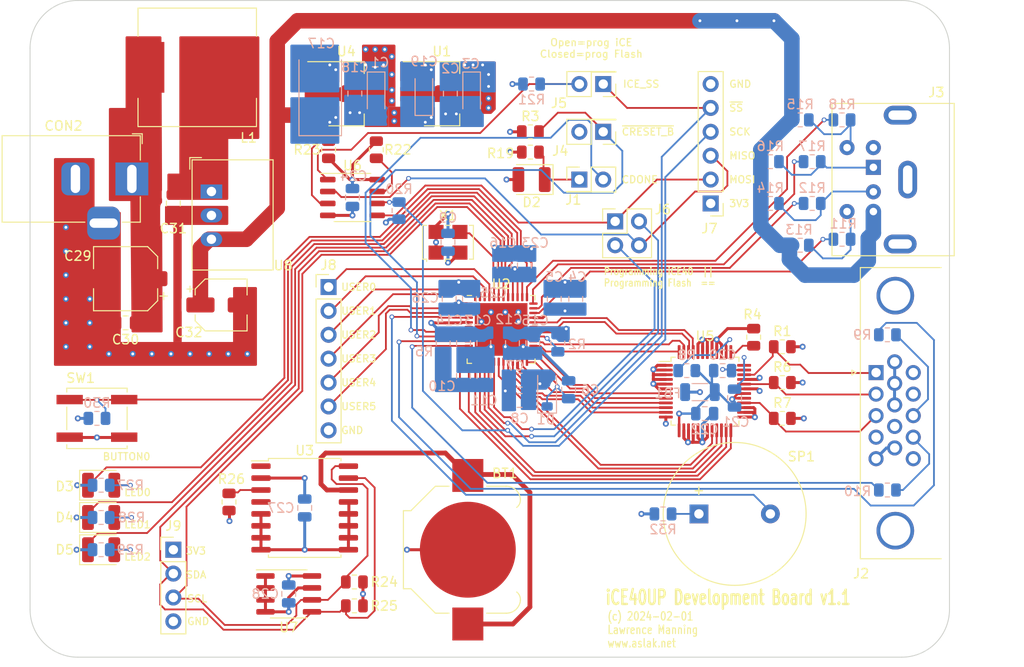
<source format=kicad_pcb>
(kicad_pcb (version 20221018) (generator pcbnew)
  (layers (0 "F.Cu" signal) (1 "In1.Cu" power "Vcc") (2 "In2.Cu" power "GND") (31 "B.Cu" signal) (34 "B.Paste" user) (35 "F.Paste" user) (36 "B.SilkS" user "B.Silkscreen") (37 "F.SilkS" user "F.Silkscreen") (38 "B.Mask" user) (39 "F.Mask" user) (44 "Edge.Cuts" user))
  (net 0 "")
  (net 1 "/Other/VBAT")
  (net 2 "GND")
  (net 3 "+3V3")
  (net 4 "+1V2")
  (net 5 "/VPP_2V5")
  (net 6 "/VCCPLL")
  (net 7 "+5V")
  (net 8 "Net-(U5D-COMP)")
  (net 9 "+3.3VDAC")
  (net 10 "Net-(U5D-VREF)")
  (net 11 "Net-(D2-K)")
  (net 12 "Net-(D3-A)")
  (net 13 "LED0")
  (net 14 "Net-(D4-A)")
  (net 15 "LED1")
  (net 16 "Net-(D5-A)")
  (net 17 "LED2")
  (net 18 "/CDONE")
  (net 19 "RED")
  (net 20 "GREEN")
  (net 21 "BLUE")
  (net 26 "Net-(J2-Pad13)")
  (net 27 "Net-(J2-Pad14)")
  (net 29 "Net-(J3-Pad1)")
  (net 30 "Net-(J3-Pad2)")
  (net 31 "Net-(J3-Pad5)")
  (net 32 "Net-(J3-Pad6)")
  (net 33 "/~{CRESET_B}")
  (net 34 "/ICE_SS")
  (net 35 "Net-(J5-Pin_2)")
  (net 36 "/FLASH_MOSI")
  (net 37 "/ICE_MISO")
  (net 38 "/ICE_MOSI")
  (net 39 "/FLASH_MISO")
  (net 40 "/ICE_SCK")
  (net 41 "USER0")
  (net 42 "USER1")
  (net 43 "USER2")
  (net 44 "USER3")
  (net 45 "Net-(U2D-VCCPLL)")
  (net 46 "Net-(U5D-RSET)")
  (net 47 "Net-(U5D-~{PSAVE})")
  (net 48 "HSYNC")
  (net 49 "VSYNC")
  (net 50 "PS2BCLK")
  (net 51 "PS2BDATA")
  (net 52 "PS2ADATA")
  (net 53 "PS2ACLK")
  (net 54 "Net-(U6-IO3)")
  (net 55 "Net-(U6-IO2)")
  (net 56 "I2C_SCL")
  (net 57 "I2C_SDA")
  (net 58 "RTCSQWAVE")
  (net 59 "BUTTON0")
  (net 60 "Net-(R32-Pad2)")
  (net 61 "RED1")
  (net 62 "RED0")
  (net 63 "RED3")
  (net 64 "RED2")
  (net 65 "GREEN0")
  (net 66 "GREEN1")
  (net 67 "GREEN2")
  (net 68 "GREEN3")
  (net 69 "BLUE1")
  (net 70 "BLUE2")
  (net 71 "BLUE0")
  (net 72 "~{VGABLANK}")
  (net 73 "BLUE3")
  (net 76 "BUZZER")
  (net 78 "GLOBAL_CLK")
  (net 79 "DACCLK")
  (net 80 "USER4")
  (net 81 "USER5")
  (net 82 "/VCCEXT")
  (net 83 "/VCCEXTI")
  (footprint "Button_Switch_SMD:SW_Push_1P1T_NO_CK_KSC6xxJ" (layer "F.Cu") (at 158.242 110.49)
    (fp_text reference "SW1")
    (fp_text value "RESETBUTTON")
  )
  (footprint "Package_SO:SOP-8_3.9x4.9mm_P1.27mm" (layer "F.Cu") (at 185.42 86.995)
    (fp_text reference "U6")
    (fp_text value "N25Q032A13ESC40F")
  )
  (footprint "MountingHole:MountingHole_4.3mm_M4" (layer "F.Cu") (at 156.21 130.81)
    (fp_text reference "H3" hide)
    (fp_text value "HOLE")
  )
  (footprint "Connector_PinHeader_2.54mm:PinHeader_2x01_P2.54mm_Vertical" (layer "F.Cu") (at 212.09 80.01 180)
    (fp_text reference "J4")
    (fp_text value "Conn_02x01")
  )
  (footprint "LED_SMD:LED_1210_3225Metric" (layer "F.Cu") (at 204.47 85.09 180)
    (fp_text reference "D2")
    (fp_text value "CDONE_LED")
  )
  (footprint "Resistor_SMD:R_0805_2012Metric" (layer "F.Cu") (at 172.29 119.38 90)
    (fp_text reference "R26")
    (fp_text value "4.7K")
  )
  (footprint "Connector_PinHeader_2.54mm:PinHeader_1x06_P2.54mm_Vertical" (layer "F.Cu") (at 223.52 87.63 180)
    (fp_text reference "J7")
    (fp_text value "Conn_01x06")
  )
  (footprint "Resistor_SMD:R_0805_2012Metric" (layer "F.Cu") (at 231.14 106.68)
    (fp_text reference "R6")
    (fp_text value "75")
  )
  (footprint "Capacitor_SMD:CP_Elec_5x5.7" (layer "F.Cu") (at 171.45 98.425)
    (fp_text reference "C32")
    (fp_text value "10u")
  )
  (footprint "Connector_PinHeader_2.54mm:PinHeader_1x07_P2.54mm_Vertical" (layer "F.Cu") (at 182.88 96.52)
    (fp_text reference "J8")
    (fp_text value "Conn_01x07")
  )
  (footprint "Converter_DCDC:Converter_DCDC_RECOM_R-78E-0.5_THT" (layer "F.Cu") (at 170.4195 86.36 -90)
    (fp_text reference "U8")
    (fp_text value "R-78B5.0-2.0 ")
  )
  (footprint "Connector_PinHeader_2.54mm:PinHeader_2x01_P2.54mm_Vertical" (layer "F.Cu") (at 212.095 74.93 180)
    (fp_text reference "J5")
    (fp_text value "Conn_02x01")
  )
  (footprint "LED_SMD:LED_1210_3225Metric" (layer "F.Cu") (at 158.6865 117.602)
    (fp_text reference "D3")
    (fp_text value "CDONE_LED")
  )
  (footprint "Resistor_SMD:R_0805_2012Metric" (layer "F.Cu") (at 231.14 110.49)
    (fp_text reference "R7")
    (fp_text value "75")
  )
  (footprint "MountingHole:MountingHole_4.3mm_M4" (layer "F.Cu") (at 156.21 71.12)
    (fp_text reference "H2" hide)
    (fp_text value "HOLE")
  )
  (footprint "Inductor_SMD:L_12x12mm_H4.5mm" (layer "F.Cu") (at 168.91 73.152)
    (fp_text reference "L1")
    (fp_text value "10u")
  )
  (footprint "aslakfp:Connector_Mini-DIN_Female_6Pin_2rows" (layer "F.Cu") (at 240.825 83.79 90)
    (fp_text reference "J3")
    (fp_text value "Mini-DIN-6")
  )
  (footprint "Package_TO_SOT_SMD:SOT-223-3_TabPin2" (layer "F.Cu") (at 184.76 75.96)
    (fp_text reference "U4")
    (fp_text value "AZ1117-3.3")
  )
  (footprint "Resistor_SMD:R_0805_2012Metric" (layer "F.Cu") (at 185.625 127.889 180)
    (fp_text reference "R24")
    (fp_text value "4.7K")
  )
  (footprint "Resistor_SMD:R_0805_2012Metric" (layer "F.Cu") (at 204.343 82.169 180)
    (fp_text reference "R19")
    (fp_text value "1K")
  )
  (footprint "Oscillator:Oscillator_SMD_SeikoEpson_SG8002LB-4Pin_5.0x3.2mm" (layer "F.Cu") (at 195.58 91.76)
    (fp_text reference "X1")
    (fp_text value "MPUOSC")
  )
  (footprint "Resistor_SMD:R_0805_2012Metric" (layer "F.Cu") (at 185.625 130.429 180)
    (fp_text reference "R25")
    (fp_text value "4.7K")
  )
  (footprint "Battery:BatteryHolder_Keystone_3000_1x12mm" (layer "F.Cu") (at 197.69 124.46 90)
    (fp_text reference "BT1")
    (fp_text value "Battery_Cell")
  )
  (footprint "Buzzer_Beeper:Buzzer_15x7.5RM7.6" (layer "F.Cu") (at 222.27 120.65)
    (fp_text reference "SP1")
    (fp_text value "BUZZER")
  )
  (footprint "Connector_BarrelJack:BarrelJack_Horizontal" (layer "F.Cu") (at 161.956 85.0215)
    (fp_text reference "CON2")
    (fp_text value "POWERLJACK")
  )
  (footprint "LED_SMD:LED_1210_3225Metric" (layer "F.Cu") (at 158.6865 121.031)
    (fp_text reference "D4")
    (fp_text value "CDONE_LED")
  )
  (footprint "Package_TO_SOT_SMD:SOT-223-3_TabPin2" (layer "F.Cu") (at 194.92 75.96)
    (fp_text reference "U1")
    (fp_text value "AZ1117-1.2")
  )
  (footprint "Resistor_SMD:R_0805_2012Metric" (layer "F.Cu") (at 228.092 101.854 90)
    (fp_text reference "R4")
    (fp_text value "530")
  )
  (footprint "MountingHole:MountingHole_4.3mm_M4" (layer "F.Cu") (at 243.84 71.12)
    (fp_text reference "H1" hide)
    (fp_text value "HOLE")
  )
  (footprint "Resistor_SMD:R_0805_2012Metric" (layer "F.Cu") (at 182.88 81.915 90)
    (fp_text reference "R23")
    (fp_text value "10K")
  )
  (footprint "Package_DFN_QFN:QFN-48-1EP_7x7mm_P0.5mm_EP5.6x5.6mm" (layer "F.Cu") (at 201.23 101.03)
    (fp_text reference "U2")
    (fp_text value "ICE40UP5K-SG48ITR")
  )
  (footprint "MountingHole:MountingHole_4.3mm_M4" (layer "F.Cu") (at 243.84 130.81)
    (fp_text reference "H4" hide)
    (fp_text value "HOLE")
  )
  (footprint "Package_SO:SOIC-16W_7.5x10.3mm_P1.27mm" (layer "F.Cu") (at 180.34 120.015)
    (fp_text reference "U3")
    (fp_text value "DS3231M")
  )
  (footprint "Package_QFP:LQFP-48_7x7mm_P0.5mm" (layer "F.Cu") (at 222.915 107.5975)
    (fp_text reference "U5")
    (fp_text value "ADV7123KSTZ140")
  )
  (footprint "Connector_PinHeader_2.54mm:PinHeader_2x01_P2.54mm_Vertical" (layer "F.Cu") (at 209.55 85.09)
    (fp_text reference "J1")
    (fp_text value "Conn_02x01")
  )
  (footprint "Connector_PinHeader_2.54mm:PinHeader_2x02_P2.54mm_Vertical" (layer "F.Cu") (at 213.36 89.535)
    (fp_text reference "J6")
    (fp_text value "Conn_02x02_Odd_Even")
  )
  (footprint "LED_SMD:LED_1210_3225Metric" (layer "F.Cu") (at 158.6865 124.46)
    (fp_text reference "D5")
    (fp_text value "CDONE_LED")
  )
  (footprint "Capacitor_SMD:C_0805_2012Metric" (layer "F.Cu") (at 166.37 87.63 -90)
    (fp_text reference "C31")
    (fp_text value "4.7u")
  )
  (footprint "Connector_PinHeader_2.54mm:PinHeader_1x04_P2.54mm_Vertical" (layer "F.Cu") (at 166.37 124.46)
    (fp_text reference "J9")
    (fp_text value "Conn_01x04")
  )
  (footprint "Resistor_SMD:R_0805_2012Metric" (layer "F.Cu") (at 204.343 80.01)
    (fp_text reference "R3")
    (fp_text value "10K")
  )
  (footprint "Capacitor_SMD:C_0805_2012Metric" (layer "F.Cu") (at 161.29 100.33 180)
    (fp_text reference "C30")
    (fp_text value "10u")
  )
  (footprint "Connector_Dsub:DSUB-15-HD_Female_Horizontal_P2.29x1.98mm_EdgePinOffset3.03mm_Housed_MountingHolesOffset4.94mm" (layer "F.Cu") (at 241.110669 105.619669 90)
    (fp_text reference "J2")
    (fp_text value "DB15HD_FEMALE_SVGA")
  )
  (footprint "Resistor_SMD:R_0805_2012Metric" (layer "F.Cu") (at 187.96 81.915 -90)
    (fp_text reference "R22")
    (fp_text value "10K")
  )
  (footprint "Resistor_SMD:R_0805_2012Metric" (layer "F.Cu") (at 231.14 102.87)
    (fp_text reference "R1")
    (fp_text value "75")
  )
  (footprint "Capacitor_SMD:CP_Elec_6.3x7.7" (layer "F.Cu") (at 161.29 95.631 180)
    (fp_text reference "C29")
    (fp_text value "470u")
  )
  (footprint "Package_SO:SOIC-8_3.9x4.9mm_P1.27mm" (layer "F.Cu") (at 178.64 129.159)
    (fp_text reference "U7")
    (fp_text value "AT24CS64-SSHM")
  )
  (footprint "Resistor_SMD:R_0805_2012Metric" (layer "B.Cu") (at 204.47 74.93)
    (fp_text reference "R21")
    (fp_text value "10K")
  )
  (footprint "Capacitor_SMD:C_0805_2012Metric" (layer "B.Cu") (at 185.42 86.995 -90)
    (fp_text reference "C24")
    (fp_text value "0.1u")
  )
  (footprint "Resistor_SMD:R_0805_2012Metric" (layer "B.Cu") (at 242.316 118.11)
    (fp_text reference "R10")
    (fp_text value "47")
  )
  (footprint "Capacitor_SMD:C_0805_2012Metric" (layer "B.Cu") (at 201.549 94.234 90)
    (fp_text reference "C16")
    (fp_text value "10u")
  )
  (footprint "Capacitor_Tantalum_SMD:CP_EIA-3216-10_Kemet-I" (layer "B.Cu") (at 193.015 75.96 90)
    (fp_text reference "C19")
    (fp_text value "10u")
  )
  (footprint "Diode_SMD:D_SOD-123" (layer "B.Cu") (at 206.121 107.569 90)
    (fp_text reference "D1")
    (fp_text value "MBR130")
  )
  (footprint "Resistor_SMD:R_0805_2012Metric" (layer "B.Cu") (at 234.315 87.63)
    (fp_text reference "R12")
    (fp_text value "120")
  )
  (footprint "Capacitor_SMD:C_0805_2012Metric" (layer "B.Cu") (at 195.707 97.79 90)
    (fp_text reference "C26")
    (fp_text value "10n")
  )
  (footprint "Capacitor_SMD:C_0805_2012Metric" (layer "B.Cu") (at 195.834 75.946 -90)
    (fp_text reference "C2")
    (fp_text value "0.1u")
  )
  (footprint "Resistor_SMD:R_0805_2012Metric" (layer "B.Cu") (at 158.6865 121.031 180)
    (fp_text reference "R28")
    (fp_text value "1K")
  )
  (footprint "Resistor_SMD:R_0805_2012Metric" (layer "B.Cu") (at 190.373 88.392 90)
    (fp_text reference "R20")
    (fp_text value "10K")
  )
  (footprint "Capacitor_SMD:C_0805_2012Metric" (layer "B.Cu") (at 185.674 75.946 -90)
    (fp_text reference "C18")
    (fp_text value "0.1u")
  )
  (footprint "Capacitor_Tantalum_SMD:CP_EIA-3216-10_Kemet-I" (layer "B.Cu") (at 187.935 75.96 -90)
    (fp_text reference "C1")
    (fp_text value "10u")
  )
  (footprint "Capacitor_SMD:C_0805_2012Metric" (layer "B.Cu") (at 226.06 108.331 -90)
    (fp_text reference "C21")
    (fp_text value "0.1u")
  )
  (footprint "Capacitor_SMD:C_0805_2012Metric" (layer "B.Cu") (at 197.227 105.979 90)
    (fp_text reference "C10")
    (fp_text value "10u")
  )
  (footprint "Resistor_SMD:R_0805_2012Metric" (layer "B.Cu") (at 229.87 83.185 180)
    (fp_text reference "R16")
    (fp_text value "4.7K")
  )
  (footprint "Capacitor_SMD:C_0805_2012Metric" (layer "B.Cu") (at 195.58 91.76 -90)
    (fp_text reference "C9")
    (fp_text value "0.1u")
  )
  (footprint "Inductor_SMD:L_1206_3216Metric" (layer "B.Cu") (at 222.377 107.696 180)
    (fp_text reference "FB1")
    (fp_text value "Bead")
  )
  (footprint "Resistor_SMD:R_0805_2012Metric" (layer "B.Cu") (at 229.87 87.63 180)
    (fp_text reference "R14")
    (fp_text value "4.7K")
  )
  (footprint "Capacitor_Tantalum_SMD:CP_EIA-3216-10_Kemet-I" (layer "B.Cu") (at 198.095 75.96 -90)
    (fp_text reference "C3")
    (fp_text value "10u")
  )
  (footprint "Capacitor_SMD:C_0805_2012Metric" (layer "B.Cu") (at 180.34 120.015 -90)
    (fp_text reference "C27")
    (fp_text value "0.1u")
  )
  (footprint "Capacitor_SMD:C_0805_2012Metric" (layer "B.Cu") (at 203.2 106.426 180)
    (fp_text reference "C7")
    (fp_text value "0.1u")
  )
  (footprint "Resistor_SMD:R_0805_2012Metric" (layer "B.Cu") (at 234.315 83.185 180)
    (fp_text reference "R17")
    (fp_text value "120")
  )
  (footprint "Capacitor_SMD:C_0805_2012Metric" (layer "B.Cu") (at 203.708 94.234 90)
    (fp_text reference "C23")
    (fp_text value "100n")
  )
  (footprint "Capacitor_SMD:C_0805_2012Metric" (layer "B.Cu") (at 178.64 129.159 -90)
    (fp_text reference "C28")
    (fp_text value "0.1u")
  )
  (footprint "Capacitor_SMD:C_0805_2012Metric" (layer "B.Cu") (at 224.79 105.41 180)
    (fp_text reference "C20")
    (fp_text value "0.1u")
  )
  (footprint "Capacitor_SMD:C_0805_2012Metric" (layer "B.Cu") (at 206.883 97.79 90)
    (fp_text reference "C5")
    (fp_text value "10n")
  )
  (footprint "Capacitor_SMD:C_0805_2012Metric" (layer "B.Cu") (at 209.169 97.79 90)
    (fp_text reference "C4")
    (fp_text value "0.1u")
  )
  (footprint "Resistor_SMD:R_0805_2012Metric" (layer "B.Cu") (at 195.072 102.489 -90)
    (fp_text reference "R5")
    (fp_text value "100")
  )
  (footprint "Capacitor_SMD:C_0805_2012Metric" (layer "B.Cu") (at 197.866 97.79 90)
    (fp_text reference "C25")
    (fp_text value "0.1u")
  )
  (footprint "Capacitor_SMD:C_0805_2012Metric" (layer "B.Cu") (at 208.407 107.442 90)
    (fp_text reference "C6")
    (fp_text value "0.1u")
  )
  (footprint "Capacitor_SMD:C_0805_2012Metric" (layer "B.Cu") (at 199.39 102.489 -90)
    (fp_text reference "C13")
    (fp_text value "0.1u")
  )
  (footprint "Capacitor_Tantalum_SMD:CP_EIA-7343-15_Kemet-W" (layer "B.Cu") (at 181.991 76.0105 90)
    (fp_text reference "C17")
    (fp_text value "47u")
  )
  (footprint "Capacitor_SMD:C_0805_2012Metric" (layer "B.Cu") (at 203.2 108.585 180)
    (fp_text reference "C8")
    (fp_text value "10n")
  )
  (footprint "Capacitor_SMD:C_0805_2012Metric" (layer "B.Cu") (at 199.39 105.979 90)
    (fp_text reference "C11")
    (fp_text value "100n")
  )
  (footprint "Resistor_SMD:R_0805_2012Metric" (layer "B.Cu") (at 158.242 110.49 180)
    (fp_text reference "R30")
    (fp_text value "4.7K")
  )
  (footprint "Resistor_SMD:R_0805_2012Metric" (layer "B.Cu") (at 207.264 102.489 -90)
    (fp_text reference "R2")
    (fp_text value "100")
  )
  (footprint "Capacitor_SMD:C_0805_2012Metric" (layer "B.Cu") (at 222.885 109.982)
    (fp_text reference "C22")
    (fp_text value "0.1u")
  )
  (footprint "Resistor_SMD:R_0805_2012Metric" (layer "B.Cu") (at 233.045 92.075 180)
    (fp_text reference "R13")
    (fp_text value "4.7K")
  )
  (footprint "Resistor_SMD:R_0805_2012Metric" (layer "B.Cu") (at 237.49 91.44)
    (fp_text reference "R11")
    (fp_text value "120")
  )
  (footprint "Resistor_SMD:R_0805_2012Metric" (layer "B.Cu") (at 158.6865 117.602 180)
    (fp_text reference "R27")
    (fp_text value "1K")
  )
  (footprint "Resistor_SMD:R_0805_2012Metric" (layer "B.Cu") (at 242.316 101.6)
    (fp_text reference "R9")
    (fp_text value "47")
  )
  (footprint "Capacitor_SMD:C_0805_2012Metric" (layer "B.Cu") (at 204.597 102.489 -90)
    (fp_text reference "C15")
    (fp_text value "10n")
  )
  (footprint "Resistor_SMD:R_0805_2012Metric" (layer "B.Cu") (at 233.045 78.74 180)
    (fp_text reference "R15")
    (fp_text value "4.7K")
  )
  (footprint "Resistor_SMD:R_0805_2012Metric" (layer "B.Cu") (at 220.98 105.41 180)
    (fp_text reference "R8")
    (fp_text value "4.7K")
  )
  (footprint "Resistor_SMD:R_0805_2012Metric" (layer "B.Cu") (at 237.49 78.74 180)
    (fp_text reference "R18")
    (fp_text value "120")
  )
  (footprint "Resistor_SMD:R_0805_2012Metric" (layer "B.Cu") (at 218.45 120.65)
    (fp_text reference "R32")
    (fp_text value "1K")
  )
  (footprint "Resistor_SMD:R_0805_2012Metric" (layer "B.Cu") (at 158.6865 124.46 180)
    (fp_text reference "R29")
    (fp_text value "1K")
  )
  (footprint "Capacitor_SMD:C_0805_2012Metric" (layer "B.Cu") (at 197.231 102.489 -90)
    (fp_text reference "C14")
    (fp_text value "10n")
  )
  (footprint "Capacitor_SMD:C_0805_2012Metric" (layer "B.Cu") (at 202.438 102.489 -90)
    (fp_text reference "C12")
    (fp_text value "0.1u")
  )
  (gr_arc (start 156.21 135.89) (mid 152.617898 134.402102) (end 151.13 130.81) (stroke (width 0.1)) (layer "Edge.Cuts"))
  (gr_line (start 243.84 135.89) (end 156.21 135.89) (stroke (width 0.1)) (layer "Edge.Cuts"))
  (gr_arc (start 248.92 130.81) (mid 247.432102 134.402102) (end 243.84 135.89) (stroke (width 0.1)) (layer "Edge.Cuts"))
  (gr_arc (start 243.84 66.04) (mid 247.432102 67.527898) (end 248.92 71.12) (stroke (width 0.1)) (layer "Edge.Cuts"))
  (gr_arc (start 151.13 71.12) (mid 152.617898 67.527898) (end 156.21 66.04) (stroke (width 0.1)) (layer "Edge.Cuts"))
  (gr_line (start 151.13 130.81) (end 151.13 71.12) (stroke (width 0.1)) (layer "Edge.Cuts"))
  (gr_line (start 248.92 71.12) (end 248.92 130.81) (stroke (width 0.1)) (layer "Edge.Cuts"))
  (gr_line (start 156.21 66.04) (end 243.84 66.04) (stroke (width 0.1)) (layer "Edge.Cuts"))
  (gr_text "GND" (at 184.15 111.76) (layer "F.SilkS") (effects (font (size 0.762 0.762) (thickness 0.127) bold) (justify left)))
  (gr_text "MOSI" (at 225.425 85.09) (layer "F.SilkS") (effects (font (size 0.762 0.762) (thickness 0.127) bold) (justify left)))
  (gr_text "3V3" (at 225.425 87.63) (layer "F.SilkS") (effects (font (size 0.762 0.762) (thickness 0.127) bold) (justify left)))
  (gr_text "Programming iCE40  ||\nProgramming Flash  ==" (at 212.09 96.52) (layer "F.SilkS") (effects (font (size 0.762 0.635) (thickness 0.127)) (justify left bottom)))
  (gr_text "GND" (at 167.767 132.08) (layer "F.SilkS") (effects (font (size 0.762 0.762) (thickness 0.127) bold) (justify left)))
  (gr_text "SCK" (at 225.425 80.01) (layer "F.SilkS") (effects (font (size 0.762 0.762) (thickness 0.127) bold) (justify left)))
  (gr_text "ICE_SS" (at 214.122 74.93) (layer "F.SilkS") (effects (font (size 0.762 0.762) (thickness 0.127) bold) (justify left)))
  (gr_text "SDA" (at 167.64 127.127) (layer "F.SilkS") (effects (font (size 0.762 0.762) (thickness 0.127) bold) (justify left)))
  (gr_text "~{SS}" (at 225.425 77.47) (layer "F.SilkS") (effects (font (size 0.762 0.762) (thickness 0.127) bold) (justify left)))
  (gr_text "GND" (at 225.425 74.93) (layer "F.SilkS") (effects (font (size 0.762 0.762) (thickness 0.127) bold) (justify left)))
  (gr_text "USER1" (at 184.15 99.06) (layer "F.SilkS") (effects (font (size 0.762 0.762) (thickness 0.127) bold) (justify left)))
  (gr_text "SCL" (at 167.767 129.667) (layer "F.SilkS") (effects (font (size 0.762 0.762) (thickness 0.127) bold) (justify left)))
  (gr_text "(c) 2024-02-01\nLawrence Manning\nwww.aslak.net\n" (at 212.471 132.969) (layer "F.SilkS") (effects (font (size 0.889 0.6985) (thickness 0.127)) (justify left)))
  (gr_text "USER3" (at 184.15 104.14) (layer "F.SilkS") (effects (font (size 0.762 0.762) (thickness 0.127) bold) (justify left)))
  (gr_text "USER0" (at 184.15 96.52) (layer "F.SilkS") (effects (font (size 0.762 0.762) (thickness 0.127) bold) (justify left)))
  (gr_text "LED0" (at 162.56 118.364) (layer "F.SilkS") (effects (font (size 0.762 0.762) (thickness 0.127) bold)))
  (gr_text "MISO" (at 225.425 82.55) (layer "F.SilkS") (effects (font (size 0.762 0.762) (thickness 0.127) bold) (justify left)))
  (gr_text "3V3" (at 167.64 124.587) (layer "F.SilkS") (effects (font (size 0.762 0.762) (thickness 0.127) bold) (justify left)))
  (gr_text "LED2" (at 162.56 125.222) (layer "F.SilkS") (effects (font (size 0.762 0.762) (thickness 0.127) bold)))
  (gr_text "USER4" (at 184.15 106.68) (layer "F.SilkS") (effects (font (size 0.762 0.762) (thickness 0.127) bold) (justify left)))
  (gr_text "BUTTON0" (at 161.3935 114.554) (layer "F.SilkS") (effects (font (size 0.762 0.762) (thickness 0.127) bold)))
  (gr_text "LED1" (at 162.56 121.793) (layer "F.SilkS") (effects (font (size 0.762 0.762) (thickness 0.127) bold)))
  (gr_text "Open=prog iCE\nClosed=prog Flash" (at 210.82 71.12) (layer "F.SilkS") (effects (font (size 0.762 0.762) (thickness 0.127) bold)))
  (gr_text "CDONE" (at 213.995 85.09) (layer "F.SilkS") (effects (font (size 0.762 0.762) (thickness 0.127) bold) (justify left)))
  (gr_text "USER5" (at 184.15 109.22) (layer "F.SilkS") (effects (font (size 0.762 0.762) (thickness 0.127) bold) (justify left)))
  (gr_text "iCE40UP Development Board v1.1" (at 212.217 130.429) (layer "F.SilkS") (effects (font (size 1.524 1.016) (thickness 0.254) bold) (justify left bottom)))
  (gr_text "~{CRESET_B}" (at 213.995 80.01) (layer "F.SilkS") (effects (font (size 0.762 0.762) (thickness 0.127) bold) (justify left)))
  (gr_text "USER2" (at 184.15 101.6) (layer "F.SilkS") (effects (font (size 0.762 0.762) (thickness 0.127) bold) (justify left)))
  (segment (start 182.069 117.475) (end 182.704 118.11) (width 0.508) (layer "F.Cu") (net 1))
  (segment (start 202.389 116.459) (end 197.436 116.459) (width 0.508) (layer "F.Cu") (net 1))
  (segment (start 182.577 114.173) (end 182.069 114.681) (width 0.508) (layer "F.Cu") (net 1))
  (segment (start 182.069 114.681) (end 182.069 117.475) (width 0.508) (layer "F.Cu") (net 1))
  (segment (start 195.303 114.173) (end 182.577 114.173) (width 0.508) (layer "F.Cu") (net 1))
  (segment (start 182.704 118.11) (end 184.912 118.11) (width 0.508) (layer "F.Cu") (net 1))
  (segment (start 202.49 132.36) (end 204.294 130.556) (width 0.508) (layer "F.Cu") (net 1))
  (segment (start 197.69 116.56) (end 195.303 114.173) (width 0.508) (layer "F.Cu") (net 1))
  (segment (start 197.69 132.36) (end 202.49 132.36) (width 0.508) (layer "F.Cu") (net 1))
  (segment (start 204.294 118.364) (end 202.389 116.459) (width 0.508) (layer "F.Cu") (net 1))
  (segment (start 204.294 130.556) (end 204.294 118.364) (width 0.508) (layer "F.Cu") (net 1))
  (segment (start 224.155 102.108) (end 225.3215 100.9415) (width 0.3175) (layer "F.Cu") (net 2))
  (segment (start 217.4645 106.8475) (end 218.7525 106.8475) (width 0.3175) (layer "F.Cu") (net 2))
  (segment (start 222.165 112.564) (end 222.631 113.03) (width 0.3175) (layer "F.Cu") (net 2))
  (segment (start 217.424 106.299) (end 217.424 105.918) (width 0.3175) (layer "F.Cu") (net 2))
  (segment (start 218.7525 105.8475) (end 217.4945 105.8475) (width 0.3175) (layer "F.Cu") (net 2))
  (segment (start 221.665 112.98) (end 221.615 113.03) (width 0.3175) (layer "F.Cu") (net 2))
  (segment (start 228.0925 109.3475) (end 228.219 109.474) (width 0.3175) (layer "F.Cu") (net 2))
  (segment (start 221.615 113.03) (end 222.631 113.03) (width 0.3175) (layer "F.Cu") (net 2))
  (segment (start 217.4945 105.8475) (end 217.424 105.918) (width 0.3175) (layer "F.Cu") (net 2))
  (segment (start 179.656 128.524) (end 178.64 129.54) (width 0.3175) (layer "F.Cu") (net 2))
  (segment (start 217.9645 107.3475) (end 218.7525 107.3475) (width 0.3175) (layer "F.Cu") (net 2))
  (segment (start 221.107 113.03) (end 221.165 112.972) (width 0.3175) (layer "F.Cu") (net 2))
  (segment (start 222.631 102.108) (end 222.665 102.142) (width 0.3175) (layer "F.Cu") (net 2))
  (segment (start 185.42 88.9) (end 182.88 88.9) (width 0.3175) (layer "F.Cu") (net 2))
  (segment (start 178.64 131.064) (end 176.227 131.064) (width 0.3175) (layer "F.Cu") (net 2))
  (segment (start 217.424 106.807) (end 217.9645 107.3475) (width 0.3175) (layer "F.Cu") (net 2))
  (segment (start 224.155 102.108) (end 224.165 102.118) (width 0.3175) (layer "F.Cu") (net 2))
  (segment (start 217.424 106.807) (end 217.424 106.299) (width 0.3175) (layer "F.Cu") (net 2))
  (segment (start 176.165 131.064) (end 176.165 129.732) (width 0.3175) (layer "F.Cu") (net 2))
  (segment (start 223.647 102.108) (end 223.266 102.108) (width 0.3175) (layer "F.Cu") (net 2))
  (segment (start 203.4305 82.169) (end 202.184 82.169) (width 0.3175) (layer "F.Cu") (net 2))
  (segment (start 223.665 102.126) (end 223.647 102.108) (width 0.3175) (layer "F.Cu") (net 2))
  (segment (start 221.665 111.76) (end 221.665 112.98) (width 0.3175) (layer "F.Cu") (net 2))
  (segment (start 227.0775 107.3475) (end 228.5055 107.3475) (width 0.3175) (layer "F.Cu") (net 2))
  (segment (start 184.99 123.239) (end 185.039 123.19) (width 0.3175) (layer "F.Cu") (net 2))
  (segment (start 161.2105 112.522) (end 158.242 112.522) (width 0.3175) (layer "F.Cu") (net 2))
  (segment (start 180.34 124.46) (end 175.641 124.46) (width 0.3175) (layer "F.Cu") (net 2))
  (segment (start 195.791 93.919) (end 196.85 92.86) (width 0.3175) (layer "F.Cu") (net 2))
  (segment (start 176.165 129.794) (end 176.165 128.586) (width 0.3175) (layer "F.Cu") (net 2))
  (segment (start 227.9575 109.8475) (end 228.219 110.109) (width 0.3175) (layer "F.Cu") (net 2))
  (segment (start 223.165 102.209) (end 223.266 102.108) (width 0.3175) (layer "F.Cu") (net 2))
  (segment (start 232.0525 110.49) (end 233.426 110.49) (width 0.3175) (layer "F.Cu") (net 2))
  (segment (start 223.165 112.496) (end 222.631 113.03) (width 0.3175) (layer "F.Cu") (net 2))
  (segment (start 222.165 111.76) (end 222.165 112.564) (width 0.3175) (layer "F.Cu") (net 2))
  (segment (start 228.5055 107.3475) (end 228.727 107.569) (width 0.3175) (layer "F.Cu") (net 2))
  (segment (start 218.7525 106.3475) (end 217.4725 106.3475) (width 0.3175) (layer "F.Cu") (net 2))
  (segment (start 178.64 129.54) (end 178.64 131.064) (width 0.3175) (layer "F.Cu") (net 2))
  (segment (start 175.69 121.92) (end 175.69 120.855) (width 0.3175) (layer "F.Cu") (net 2))
  (segment (start 217.8595 104.8475) (end 218.7525 104.8475) (width 0.3175) (layer "F.Cu") (net 2))
  (segment (start 175.69 124.46) (end 175.69 123.239) (width 0.3175) (layer "F.Cu") (net 2))
  (segment (start 217.4885 105.3475) (end 218.7525 105.3475) (width 0.3175) (layer "F.Cu") (net 2))
  (segment (start 155.2735 112.522) (end 155.2415 112.554) (width 0.3175) (layer "F.Cu") (net 2))
  (segment (start 217.424 105.283) (end 217.8595 104.8475) (width 0.3175) (layer "F.Cu") (net 2))
  (segment (start 227.0775 106.3475) (end 228.5515 106.3475) (width 0.3175) (layer "F.Cu") (net 2))
  (segment (start 222.665 102.142) (end 222.665 103.435) (width 0.3175) (layer "F.Cu") (net 2))
  (segment (start 176.165 128.524) (end 176.165 127.316) (width 0.3175) (layer "F.Cu") (net 2))
  (segment (start 223.266 102.108) (end 222.631 102.108) (width 0.3175) (layer "F.Cu") (net 2))
  (segment (start 185.039 120.777) (end 185.039 119.507) (width 0.3175) (layer "F.Cu") (net 2))
  (segment (start 224.155 102.108) (end 224.665 102.618) (width 0.3175) (layer "F.Cu") (net 2))
  (segment (start 228.5515 106.3475) (end 228.727 106.172) (width 0.3175) (layer "F.Cu") (net 2))
  (segment (start 228.2035 110.3475) (end 228.219 110.363) (width 0.3175) (layer "F.Cu") (net 2))
  (segment (start 223.165 111.76) (end 223.165 112.496) (width 0.3175) (layer "F.Cu") (net 2))
  (segment (start 223.665 103.435) (end 223.665 102.126) (width 0.3175) (layer "F.Cu") (net 2))
  (segment (start 221.165 112.972) (end 221.165 111.76) (width 0.3175) (layer "F.Cu") (net 2))
  (segment (start 185.039 121.92) (end 185.039 120.777) (width 0.3175) (layer "F.Cu") (net 2))
  (segment (start 158.242 112.522) (end 155.2735 112.522) (width 0.3175) (layer "F.Cu") (net 2))
  (segment (start 222.165 102.574) (end 222.165 103.435) (width 0.3175) (layer "F.Cu") (net 2))
  (segment (start 227.0775 109.8475) (end 227.9575 109.8475) (width 0.3175) (layer "F.Cu") (net 2))
  (segment (start 227.0775 109.3475) (end 228.0925 109.3475) (width 0.3175) (layer "F.Cu") (net 2))
  (segment (start 232.0525 106.68) (end 233.299 106.68) (width 0.3175) (layer "F.Cu") (net 2))
  (segment (start 222.665 112.996) (end 222.631 113.03) (width 0.3175) (layer "F.Cu") (net 2))
  (segment (start 185.039 123.19) (end 185.039 121.92) (width 0.3175) (layer "F.Cu") (net 2))
  (segment (start 228.219 110.109) (end 228.219 110.363) (width 0.3175) (layer "F.Cu") (net 2))
  (segment (start 184.99 124.46) (end 180.34 124.46) (width 0.3175) (layer "F.Cu") (net 2))
  (segment (start 184.99 124.46) (end 184.99 123.239) (width 0.3175) (layer "F.Cu") (net 2))
  (segment (start 232.0525 102.87) (end 233.299 102.87) (width 0.3175) (layer "F.Cu") (net 2))
  (segment (start 221.107 113.03) (end 221.615 113.03) (width 0.3175) (layer "F.Cu") (net 2))
  (segment (start 217.424 105.283) (end 217.4885 105.3475) (width 0.3175) (layer "F.Cu") (net 2))
  (segment (start 217.4725 106.3475) (end 217.424 106.299) (width 0.3175) (layer "F.Cu") (net 2))
  (segment (start 227.0775 110.3475) (end 228.2035 110.3475) (width 0.3175) (layer "F.Cu") (net 2))
  (segment (start 224.165 102.118) (end 224.165 103.435) (width 0.3175) (layer "F.Cu") (net 2))
  (segment (start 225.3215 100.9415) (end 228.092 100.9415) (width 0.3175) (layer "F.Cu") (net 2))
  (segment (start 222.665 111.76) (end 222.665 112.996) (width 0.3175) (layer "F.Cu") (net 2))
  (segment (start 220.665 112.588) (end 220.665 111.76) (width 0.3175) (layer "F.Cu") (net 2))
  (segment (start 217.424 106.807) (end 217.4645 106.8475) (width 0.3175) (layer "F.Cu") (net 2))
  (segment (start 223.165 103.435) (end 223.165 102.209) (width 0.3175) (layer "F.Cu") (net 2))
  (segment (start 222.631 102.108) (end 222.165 102.574) (width 0.3175) (layer "F.Cu") (net 2))
  (segment (start 224.155 102.108) (end 223.647 102.108) (width 0.3175) (layer "F.Cu") (net 2))
  (segment (start 197.69 124.46) (end 191.213 124.46) (width 0.3175) (layer "F.Cu") (net 2))
  (segment (start 217.424 105.918) (end 217.424 105.283) (width 0.3175) (layer "F.Cu") (net 2))
  (segment (start 181.115 128.524) (end 179.656 128.524) (width 0.3175) (layer "F.Cu") (net 2))
  (segment (start 224.665 102.618) (end 224.665 103.435) (width 0.3175) (layer "F.Cu") (net 2))
  (segment (start 228.219 109.474) (end 228.219 110.363) (width 0.3175) (layer "F.Cu") (net 2))
  (segment (start 221.107 113.03) (end 220.665 112.588) (width 0.3175) (layer "F.Cu") (net 2))
  (segment (start 218.7525 111.0565) (end 218.7525 110.3475) (width 0.3175) (layer "F.Cu") (net 2))
  (segment (start 175.69 123.19) (end 175.69 121.998) (width 0.3175) (layer "F.Cu") (net 2))
  (segment (start 175.69 120.855) (end 175.768 120.777) (width 0.3175) (layer "F.Cu") (net 2))
  (segment (start 195.58 93.919) (end 195.791 93.919) (width 0.3175) (layer "F.Cu") (net 2))
  (via (at 157.48 97.79) (size 0.635) (drill 0.3048) (layers "F.Cu" "B.Cu") (net 2))
  (via (at 170.18 103.632) (size 0.635) (drill 0.3048) (layers "F.Cu" "B.Cu") (net 2))
  (via (at 162.052 103.632) (size 0.635) (drill 0.3048) (layers "F.Cu" "B.Cu") (net 2))
  (via (at 224.155 102.108) (size 0.635) (drill 0.3048) (layers "F.Cu" "B.Cu") (net 2))
  (via (at 228.219 110.363) (size 0.635) (drill 0.3048) (layers "F.Cu" "B.Cu") (net 2))
  (via (at 228.727 106.172) (size 0.635) (drill 0.3048) (layers "F.Cu" "B.Cu") (net 2))
  (via (at 168.148 103.632) (size 0.635) (drill 0.3048) (layers "F.Cu" "B.Cu") (net 2))
  (via (at 196.469 78.105) (size 0.635) (drill 0.3048) (layers "F.Cu" "B.Cu") (net 2))
  (via (at 200.533 92.329) (size 0.635) (drill 0.3048) (layers "F.Cu" "B.Cu") (net 2))
  (via (at 201.676 107.569) (size 0.635) (drill 0.3048) (layers "F.Cu" "B.Cu") (net 2))
  (via (at 186.182 77.978) (size 0.635) (drill 0.3048) (layers "F.Cu" "B.Cu") (net 2))
  (via (at 218.7525 111.0565) (size 0.635) (drill 0.3048) (layers "F.Cu" "B.Cu") (net 2))
  (via (at 183.642 73.406) (size 0.635) (drill 0.3048) (layers "F.Cu" "B.Cu") (net 2))
  (via (at 200.152 102.87) (size 0.635) (drill 0.3048) (layers "F.Cu" "B.Cu") (net 2))
  (via (at 157.48 100.33) (size 0.635) (drill 0.3048) (layers "F.Cu" "B.Cu") (net 2))
  (via (at 203.073 99.187) (size 0.635) (drill 0.3048) (layers "F.Cu" "B.Cu") (net 2))
  (via (at 233.426 110.49) (size 0.635) (drill 0.3048) (layers "F.Cu" "B.Cu") (net 2))
  (via (at 233.299 106.68) (size 0.635) (drill 0.3048) (layers "F.Cu" "B.Cu") (net 2))
  (via (at 154.94 95.25) (size 0.635) (drill 0.3048) (layers "F.Cu" "B.Cu") (net 2))
  (via (at 185.42 88.9) (size 0.635) (drill 0.3048) (layers "F.Cu" "B.Cu") (net 2))
  (via (at 217.424 106.807) (size 0.635) (drill 0.3048) (layers "F.Cu" "B.Cu") (net 2))
  (via (at 157.48 102.87) (size 0.635) (drill 0.3048) (layers "F.Cu" "B.Cu") (net 2))
  (via (at 217.424 105.283) (size 0.635) (drill 0.3048) (layers "F.Cu" "B.Cu") (net 2))
  (via (at 228.727 107.569) (size 0.635) (drill 0.3048) (layers "F.Cu" "B.Cu") (net 2))
  (via (at 193.802 73.406) (size 0.635) (drill 0.3048) (layers "F.Cu" "B.Cu") (net 2))
  (via (at 158.242 112.522) (size 0.635) (drill 0.3048) (layers "F.Cu" "B.Cu") (net 2))
  (via (at 201.676 102.87) (size 0.635) (drill 0.3048) (layers "F.Cu" "B.Cu") (net 2))
  (via (at 196.723 96.012) (size 0.635) (drill 0.3048) (layers "F.Cu" "B.Cu") (net 2))
  (via (at 200.152 99.187) (size 0.635) (drill 0.3048) (layers "F.Cu" "B.Cu") (net 2))
  (via (at 154.94 92.71) (size 0.635) (drill 0.3048) (layers "F.Cu" "B.Cu") (net 2))
  (via (at 174.244 103.632) (size 0.635) (drill 0.3048) (layers "F.Cu" "B.Cu") (net 2))
  (via (at 221.107 113.03) (size 0.635) (drill 0.3048) (layers "F.Cu" "B.Cu") (net 2))
  (via (at 203.581 102.87) (size 0.635) (drill 0.3048) (layers "F.Cu" "B.Cu") (net 2))
  (via (at 202.184 82.169) (size 0.635) (drill 0.3048) (layers "F.Cu" "B.Cu") (net 2))
  (via (at 204.47 92.456) (size 0.635) (drill 0.3048) (layers "F.Cu" "B.Cu") (net 2))
  (via (at 191.213 124.46) (size 0.635) (drill 0.3048) (layers "F.Cu" "B.Cu") (net 2))
  (via (at 183.007 72.898) (size 0.635) (drill 0.3048) (layers "F.Cu" "B.Cu") (net 2))
  (via (at 222.631 102.108) (size 0.635) (drill 0.3048) (layers "F.Cu" "B.Cu") (net 2))
  (via (at 154.94 97.79) (size 0.635) (drill 0.3048) (layers "F.Cu" "B.Cu") (net 2))
  (via (at 216.154 120.65) (size 0.635) (drill 0.3048) (layers "F.Cu" "B.Cu") (net 2))
  (via (at 159.512 103.632) (size 0.635) (drill 0.3048) (layers "F.Cu" "B.Cu") (net 2))
  (via (at 195.58 93.919) (size 0.635) (drill 0.3048) (layers "F.Cu" "B.Cu") (net 2))
  (via (at 201.676 99.187) (size 0.635) (drill 0.3048) (layers "F.Cu" "B.Cu") (net 2))
  (via (at 166.116 103.632) (size 0.635) (drill 0.3048) (layers "F.Cu" "B.Cu") (net 2))
  (via (at 208.026 96.012) (size 0.635) (drill 0.3048) (layers "F.Cu" "B.Cu") (net 2))
  (via (at 222.631 113.03) (size 0.635) (drill 0.3048) (layers "F.Cu" "B.Cu") (net 2))
  (via (at 164.084 103.632) (size 0.635) (drill 0.3048) (layers "F.Cu" "B.Cu") (net 2))
  (via (at 203.073 100.203) (size 0.635) (drill 0.3048) (layers "F.Cu" "B.Cu") (net 2))
  (via (at 178.64 131.064) (size 0.635) (drill 0.3048) (layers "F.Cu" "B.Cu") (net 2))
  (via (at 185.166 77.978) (size 0.635) (drill 0.3048) (layers "F.Cu" "B.Cu") (net 2))
  (via (at 195.326 78.105) (size 0.635) (drill 0.3048) (layers "F.Cu" "B.Cu") (net 2))
  (via (at 233.299 102.87) (size 0.635) (drill 0.3048) (layers "F.Cu" "B.Cu") (net 2))
  (via (at 154.94 100.33) (size 0.635) (drill 0.3048) (layers "F.Cu" "B.Cu") (net 2))
  (via (at 199.136 100.203) (size 0.635) (drill 0.3048) (layers "F.Cu" "B.Cu") (net 2))
  (via (at 180.34 124.46) (size 0.635) (drill 0.3048) (layers "F.Cu" "B.Cu") (net 2))
  (via (at 172.212 103.632) (size 0.635) (drill 0.3048) (layers "F.Cu" "B.Cu") (net 2))
  (via (at 154.94 90.17) (size 0.635) (drill 0.3048) (layers "F.Cu" "B.Cu") (net 2))
  (via (at 193.167 72.898) (size 0.635) (drill 0.3048) (layers "F.Cu" "B.Cu") (net 2))
  (via (at 154.94 102.87) (size 0.635) (drill 0.3048) (layers "F.Cu" "B.Cu") (net 2))
  (segment (start 208.407 106.492) (end 208.407 106.172) (width 0.3175) (layer "B.Cu") (net 2))
  (segment (start 180.34 120.965) (end 180.34 124.46) (width 0.3175) (layer "B.Cu") (net 2))
  (segment (start 243.090669 113.634669) (end 242.219331 113.634669) (width 0.3175) (layer "B.Cu") (net 2))
  (segment (start 185.42 87.945) (end 185.42 88.9) (width 0.3175) (layer "B.Cu") (net 2))
  (segment (start 217.5375 120.65) (end 216.154 120.65) (width 0.3175) (layer "B.Cu") (net 2))
  (segment (start 208.407 106.172) (end 205.613 103.378) (width 0.3175) (layer "B.Cu") (net 2))
  (segment (start 242.219331 113.634669) (end 241.173 114.681) (width 0.3175) (layer "B.Cu") (net 2))
  (segment (start 243.090669 106.794331) (end 243.078 106.807) (width 0.3175) (layer "B.Cu") (net 2))
  (segment (start 243.090669 104.474669) (end 243.090669 106.794331) (width 0.3175) (layer "B.Cu") (net 2))
  (segment (start 223.647 110.109) (end 223.647 109.982) (width 0.3175) (layer "B.Cu") (net 2))
  (segment (start 222.631 113.03) (end 222.631 111.125) (width 0.3175) (layer "B.Cu") (net 2))
  (segment (start 205.613 103.378) (end 204.978 103.378) (width 0.3175) (layer "B.Cu") (net 2))
  (segment (start 195.58 93.919) (end 195.58 92.776) (width 0.3175) (layer "B.Cu") (net 2))
  (segment (start 178.64 130.109) (end 178.64 131.064) (width 0.3175) (layer "B.Cu") (net 2))
  (segment (start 222.631 111.125) (end 223.647 110.109) (width 0.3175) (layer "B.Cu") (net 2))
  (segment (start 193.015 74.61) (end 193.421 74.204) (width 0.3175) (layer "B.Cu") (net 2))
  (segment (start 243.078 106.807) (end 243.078 109.093) (width 0.3175) (layer "B.Cu") (net 2))
  (segment (start 186.5375 127.8655) (end 186.641 127.762) (width 0.3175) (layer "F.Cu") (net 3))
  (segment (start 205.359 106.807) (end 204.597 106.807) (width 0.3175) (layer "F.Cu") (net 3))
  (segment (start 186.5375 130.429) (end 186.5375 127.8655) (width 0.3175) (layer "F.Cu") (net 3))
  (segment (start 188.073 75.96) (end 188.214 75.819) (width 0.3175) (layer "F.Cu") (net 3))
  (segment (start 208.026 99.06) (end 206.375 99.06) (width 0.3175) (layer "F.Cu") (net 3))
  (segment (start 205.655 99.78) (end 204.6675 99.78) (width 0.3175) (layer "F.Cu") (net 3))
  (segment (start 185.42 85.09) (end 187.96 85.09) (width 0.3175) (layer "F.Cu") (net 3))
  (segment (start 185.42 83.5425) (end 185.42 85.09) (width 0.3175) (layer "F.Cu") (net 3))
  (segment (start 178.64 127.254) (end 181.434 127.254) (width 0.3175) (layer "F.Cu") (net 3))
  (segment (start 203.4305 80.01) (end 202.184 80.01) (width 0.3175) (layer "F.Cu") (net 3))
  (segment (start 175.69 116.84) (end 180.34 116.84) (width 0.3175) (layer "F.Cu") (net 3))
  (segment (start 196.85 98.298) (end 197.612 98.298) (width 0.3175) (layer "F.Cu") (net 3))
  (segment (start 202.98 105.19) (end 202.98 104.4675) (width 0.3175) (layer "F.Cu") (net 3))
  (segment (start 195.58 88.755) (end 194.31 90.025) (width 0.3175) (layer "F.Cu") (net 3))
  (segment (start 206.375 99.06) (end 205.655 99.78) (width 0.3175) (layer "F.Cu") (net 3))
  (segment (start 204.597 106.807) (end 202.98 105.19) (width 0.3175) (layer "F.Cu") (net 3))
  (segment (start 194.31 90.66) (end 194.31 93.2) (width 0.3175) (layer "F.Cu") (net 3))
  (segment (start 182.88 82.8275) (end 185.1425 85.09) (width 0.3175) (layer "F.Cu") (net 3))
  (segment (start 194.31 90.025) (end 194.31 90.66) (width 0.3175) (layer "F.Cu") (net 3))
  (segment (start 172.339 120.4195) (end 172.339 121.412) (width 0.3175) (layer "F.Cu") (net 3))
  (segment (start 187.96 81.0025) (end 185.42 83.5425) (width 0.3175) (layer "F.Cu") (net 3))
  (segment (start 196.723 98.171) (end 196.85 98.298) (width 0.3175) (layer "F.Cu") (net 3))
  (segment (start 203.07 85.09) (end 201.803 85.09) (width 0.3175) (layer "F.Cu") (net 3))
  (segment (start 185.1425 85.09) (end 185.42 85.09) (width 0.3175) (layer "F.Cu") (net 3))
  (via (at 178.64 127.254) (size 0.635) (drill 0.3048) (layers "F.Cu" "B.Cu") (net 3))
  (via (at 186.5375 129.159) (size 0.635) (drill 0.3048) (layers "F.Cu" "B.Cu") (net 3))
  (via (at 156.083 124.46) (size 0.635) (drill 0.3048) (layers "F.Cu" "B.Cu") (net 3))
  (via (at 187.833 73.152) (size 0.635) (drill 0.3048) (layers "F.Cu" "B.Cu") (net 3))
  (via (at 156.21 110.49) (size 0.635) (drill 0.3048) (layers "F.Cu" "B.Cu") (net 3))
  (via (at 188.722 72.898) (size 0.635) (drill 0.3048) (layers "F.Cu" "B.Cu") (net 3))
  (via (at 202.438 74.93) (size 0.635) (drill 0.3048) (layers "F.Cu" "B.Cu") (net 3))
  (via (at 196.723 98.171) (size 0.635) (drill 0.3048) (layers "F.Cu" "B.Cu") (net 3))
  (via (at 189.865 77.978) (size 0.635) (drill 0.3048) (layers "F.Cu" "B.Cu") (net 3))
  (via (at 195.58 88.755) (size 0.635) (drill 0.3048) (layers "F.Cu" "B.Cu") (net 3))
  (via (at 202.184 80.01) (size 0.635) (drill 0.3048) (layers "F.Cu" "B.Cu") (net 3))
  (via (at 193.167 78.994) (size 0.635) (drill 0.3048) (layers "F.Cu" "B.Cu") (net 3))
  (via (at 194.31 91.76) (size 0.635) (drill 0.3048) (layers "F.Cu" "B.Cu") (net 3))
  (via (at 189.611 73.914) (size 0.635) (drill 0.3048) (layers "F.Cu" "B.Cu") (net 3))
  (via (at 205.359 106.807) (size 0.635) (drill 0.3048) (layers "F.Cu" "B.Cu") (net 3))
  (via (at 186.817 72.898) (size 0.635) (drill 0.3048) (layers "F.Cu" "B.Cu") (net 3))
  (via (at 189.611 72.009) (size 0.635) (drill 0.3048) (layers "F.Cu" "B.Cu") (net 3))
  (via (at 187.833 71.247) (size 0.635) (drill 0.3048) (layers "F.Cu" "B.Cu") (net 3))
  (via (at 180.34 116.84) (size 0.635) (drill 0.3048) (layers "F.Cu" "B.Cu") (net 3))
  (via (at 222.377 107.696) (size 0.635) (drill 0.3048) (layers "F.Cu" "B.Cu") (net 3))
  (via (at 156.083 121.031) (size 0.635) (drill 0.3048) (layers "F.Cu" "B.Cu") (net 3))
  (via (at 185.42 85.09) (size 0.635) (drill 0.3048) (layers "F.Cu" "B.Cu") (net 3))
  (via (at 189.611 76.708) (size 0.635) (drill 0.3048) (layers "F.Cu" "B.Cu") (net 3))
  (via (at 186.817 71.247) (size 0.635) (drill 0.3048) (layers "F.Cu" "B.Cu") (net 3))
  (via (at 188.849 71.247) (size 0.635) (drill 0.3048) (layers "F.Cu" "B.Cu") (net 3))
  (via (at 188.976 89.662) (size 0.635) (drill 0.3048) (layers "F.Cu" "B.Cu") (net 3))
  (via (at 189.611 75.565) (size 0.635) (drill 0.3048) (layers "F.Cu" "B.Cu") (net 3))
  (via (at 172.339 121.412) (size 0.635) (drill 0.3048) (layers "F.Cu" "B.Cu") (net 3))
  (via (at 208.026 99.06) (size 0.635) (drill 0.3048) (layers "F.Cu" "B.Cu") (net 3))
  (via (at 156.1465 117.602) (size 0.635) (drill 0.3048) (layers "F.Cu" "B.Cu") (net 3))
  (via (at 193.802 78.486) (size 0.635) (drill 0.3048) (layers "F.Cu" "B.Cu") (net 3))
  (via (at 201.803 85.09) (size 0.635) (drill 0.3048) (layers "F.Cu" "B.Cu") (net 3))
  (via (at 189.865 78.867) (size 0.635) (drill 0.3048) (layers "F.Cu" "B.Cu") (net 3))
  (segment (start 157.8405 124.46) (end 156.083 124.46) (width 0.3175) (layer "B.Cu") (net 3))
  (segment (start 188.976 89.662) (end 189.3335 89.3045) (width 0.3175) (layer "B.Cu") (net 3))
  (segment (start 195.58 90.81) (end 195.58 88.755) (width 0.3175) (layer "B.Cu") (net 3))
  (segment (start 178.64 128.209) (end 178.64 127.254) (width 0.3175) (layer "B.Cu") (net 3))
  (segment (start 202.438 74.93) (end 203.5575 74.93) (width 0.3175) (layer "B.Cu") (net 3))
  (segment (start 189.3335 89.3045) (end 190.373 89.3045) (width 0.3175) (layer "B.Cu") (net 3))
  (segment (start 222.377 107.696) (end 220.853 107.696) (width 0.3175) (layer "B.Cu") (net 3))
  (segment (start 157.3295 110.49) (end 156.21 110.49) (width 0.3175) (layer "B.Cu") (net 3))
  (segment (start 220.853 107.696) (end 220.726 107.569) (width 0.3175) (layer "B.Cu") (net 3))
  (segment (start 185.42 86.045) (end 185.42 85.09) (width 0.3175) (layer "B.Cu") (net 3))
  (segment (start 180.34 119.065) (end 180.34 116.84) (width 0.3175) (layer "B.Cu") (net 3))
  (segment (start 157.774 117.602) (end 156.1465 117.602) (width 0.3175) (layer "B.Cu") (net 3))
  (segment (start 157.7105 121.031) (end 156.083 121.031) (width 0.3175) (layer "B.Cu") (net 3))
  (segment (start 197.048 100.28) (end 197.7925 100.28) (width 0.3175) (layer "F.Cu") (net 4))
  (segment (start 208.026 100.965) (end 207.711 101.28) (width 0.3175) (layer "F.Cu") (net 4))
  (segment (start 193.802 100.33) (end 196.998 100.33) (width 0.3175) (layer "F.Cu") (net 4))
  (segment (start 196.998 100.33) (end 197.048 100.28) (width 0.3175) (layer "F.Cu") (net 4))
  (segment (start 191.657 75.96) (end 191.643 75.946) (width 0.3175) (layer "F.Cu") (net 4))
  (segment (start 208.153 100.965) (end 208.026 100.965) (width 0.3175) (layer "F.Cu") (net 4))
  (segment (start 207.711 101.28) (end 204.6675 101.28) (width 0.3175) (layer "F.Cu") (net 4))
  (via (at 193.802 100.33) (size 0.635) (drill 0.3048) (layers "F.Cu" "B.Cu") (net 4))
  (via (at 199.898 75.184) (size 0.635) (drill 0.3048) (layers "F.Cu" "B.Cu") (net 4))
  (via (at 199.263 72.898) (size 0.635) (drill 0.3048) (layers "F.Cu" "B.Cu") (net 4))
  (via (at 202.692 94.615) (size 0.635) (drill 0.3048) (layers "F.Cu" "B.Cu") (net 4))
  (via (at 208.153 100.965) (size 0.635) (drill 0.3048) (layers "F.Cu" "B.Cu") (net 4))
  (via (at 197.358 72.898) (size 0.635) (drill 0.3048) (layers "F.Cu" "B.Cu") (net 4))
  (via (at 198.247 72.898) (size 0.635) (drill 0.3048) (layers "F.Cu" "B.Cu") (net 4))
  (via (at 199.898 77.47) (size 0.635) (drill 0.3048) (layers "F.Cu" "B.Cu") (net 4))
  (via (at 199.898 76.454) (size 0.635) (drill 0.3048) (layers "F.Cu" "B.Cu") (net 4))
  (via (at 199.898 73.914) (size 0.635) (drill 0.3048) (layers "F.Cu" "B.Cu") (net 4))
  (segment (start 207.518 101.6) (end 207.2375 101.6) (width 0.3175) (layer "B.Cu") (net 4))
  (segment (start 193.8225 100.33) (end 195.0925 101.6) (width 0.3175) (layer "B.Cu") (net 4))
  (segment (start 193.802 100.33) (end 193.8225 100.33) (width 0.3175) (layer "B.Cu") (net 4))
  (segment (start 207.137 107.061) (end 207.137 106.807) (width 0.1905) (layer "F.Cu") (net 5))
  (segment (start 207.137 106.807) (end 204.851 104.521) (width 0.1905) (layer "F.Cu") (net 5))
  (segment (start 207.2005 107.1245) (end 207.137 107.061) (width 0.1905) (layer "F.Cu") (net 5))
  (segment (start 204.851 104.521) (end 203.962 104.521) (width 0.1905) (layer "F.Cu") (net 5))
  (via (at 207.2005 107.1245) (size 0.508) (drill 0.3048) (layers "F.Cu" "B.Cu") (net 5))
  (segment (start 207.2005 107.1245) (end 207.2005 107.1855) (width 0.1905) (layer "B.Cu") (net 5))
  (segment (start 207.2005 107.1245) (end 206.121 108.204) (width 0.1905) (layer "B.Cu") (net 5))
  (segment (start 207.2005 107.1855) (end 208.407 108.392) (width 0.1905) (layer "B.Cu") (net 5))
  (segment (start 206.121 108.204) (end 206.121 109.219) (width 0.1905) (layer "B.Cu") (net 5))
  (segment (start 230.251 68.199) (end 222.377 68.199) (width 1.651) (layer "F.Cu") (net 7))
  (segment (start 177.419 70.358) (end 177.419 78.232) (width 1.651) (layer "F.Cu") (net 7))
  (segment (start 169.25 97.79) (end 169.25 92.37) (width 1.651) (layer "F.Cu") (net 7))
  (segment (start 177.419 88.138) (end 177.419 78.232) (width 1.651) (layer "F.Cu") (net 7))
  (segment (start 179.578 68.199) (end 177.419 70.358) (width 1.651) (layer "F.Cu") (net 7))
  (segment (start 177.419 78.232) (end 181.483 78.232) (width 1.651) (layer "F.Cu") (net 7))
  (segment (start 222.377 68.199) (end 179.578 68.199) (width 1.651) (layer "F.Cu") (net 7))
  (segment (start 170.18 91.44) (end 174.117 91.44) (width 1.651) (layer "F.Cu") (net 7))
  (segment (start 169.25 92.37) (end 170.18 91.44) (width 1.651) (layer "F.Cu") (net 7))
  (segment (start 181.892 78.26) (end 181.61 78.26) (width 1.651) (layer "F.Cu") (net 7))
  (segment (start 174.117 91.44) (end 177.419 88.138) (width 1.651) (layer "F.Cu") (net 7))
  (via (at 183.642 78.486) (size 0.762) (drill 0.3048) (layers "F.Cu" "B.Cu") (net 7))
  (via (at 183.007 78.994) (size 0.762) (drill 0.3048) (layers "F.Cu" "B.Cu") (net 7))
  (via (at 230.251 68.199) (size 0.762) (drill 0.3048) (layers "F.Cu" "B.Cu") (net 7))
  (via (at 222.377 68.199) (size 0.762) (drill 0.3048) (layers "F.Cu" "B.Cu") (net 7))
  (via (at 226.314 68.199) (size 0.762) (drill 0.3048) (layers "F.Cu" "B.Cu") (net 7))
  (segment (start 232.156 70.104) (end 232.156 78.7165) (width 1.651) (layer "B.Cu") (net 7))
  (segment (start 233.553 95.25) (end 231.902 93.599) (width 1.651) (layer "B.Cu") (net 7))
  (segment (start 228.854 81.915) (end 232.029 78.74) (width 1.651) (layer "B.Cu") (net 7))
  (segment (start 226.314 68.199) (end 222.377 68.199) (width 1.651) (layer "B.Cu") (net 7))
  (segment (start 240.825 88.49) (end 240.825 90.772) (width 1.651) (layer "B.Cu") (net 7))
  (segment (start 231.902 93.599) (end 231.902 92.202) (width 1.651) (layer "B.Cu") (net 7))
  (segment (start 240.284 93.726) (end 238.76 95.25) (width 1.651) (layer "B.Cu") (net 7))
  (segment (start 240.825 90.772) (end 240.284 91.313) (width 1.651) (layer "B.Cu") (net 7))
  (segment (start 240.284 91.313) (end 240.284 93.726) (width 1.651) (layer "B.Cu") (net 7))
  (segment (start 230.886 92.075) (end 228.854 90.043) (width 1.651) (layer "B.Cu") (net 7))
  (segment (start 230.251 68.199) (end 232.156 70.104) (width 1.651) (layer "B.Cu") (net 7))
  (segment (start 228.854 90.043) (end 228.854 81.915) (width 1.651) (layer "B.Cu") (net 7))
  (segment (start 231.902 92.202) (end 232.029 92.075) (width 1.651) (layer "B.Cu") (net 7))
  (segment (start 232.156 78.7165) (end 232.1325 78.74) (width 1.651) (layer "B.Cu") (net 7))
  (segment (start 238.76 95.25) (end 233.553 95.25) (width 1.651) (layer "B.Cu") (net 7))
  (segment (start 232.1325 92.075) (end 230.886 92.075) (width 1.651) (layer "B.Cu") (net 7))
  (segment (start 226.314 68.199) (end 230.124 68.199) (width 1.651) (layer "B.Cu") (net 7))
  (segment (start 225.8705 105.3475) (end 225.806 105.283) (width 0.1905) (layer "F.Cu") (net 8))
  (segment (start 225.806 105.283) (end 224.79 105.283) (width 0.1905) (layer "F.Cu") (net 8))
  (segment (start 227.0775 105.3475) (end 225.8705 105.3475) (width 0.1905) (layer "F.Cu") (net 8))
  (via (at 224.79 105.283) (size 0.508) (drill 0.3048) (layers "F.Cu" "B.Cu") (net 8))
  (segment (start 224.79 105.283) (end 225.552 105.283) (width 0.1905) (layer "B.Cu") (net 8))
  (segment (start 225.806 108.458) (end 225.9165 108.3475) (width 0.254) (layer "F.Cu") (net 9))
  (segment (start 220.165 109.855) (end 220.165 111.76) (width 0.254) (layer "F.Cu") (net 9))
  (segment (start 226.4165 107.8475) (end 227.0775 107.8475) (width 0.254) (layer "F.Cu") (net 9))
  (segment (start 225.806 108.458) (end 226.4165 107.8475) (width 0.254) (layer "F.Cu") (net 9))
  (segment (start 225.9165 108.3475) (end 227.0775 108.3475) (width 0.254) (layer "F.Cu") (net 9))
  (via (at 220.165 109.982) (size 0.635) (drill 0.3048) (layers "F.Cu" "B.Cu") (net 9))
  (via (at 225.806 108.458) (size 0.635) (drill 0.3048) (layers "F.Cu" "B.Cu") (net 9))
  (segment (start 223.647 106.934) (end 223.647 105.918) (width 0.254) (layer "B.Cu") (net 9))
  (segment (start 223.865 107.5975) (end 224.083 107.3795) (width 0.254) (layer "B.Cu") (net 9))
  (segment (start 222.123 105.41) (end 221.488 105.41) (width 0.254) (layer "B.Cu") (net 9))
  (segment (start 224.0925 107.3795) (end 223.647 106.934) (width 0.254) (layer "B.Cu") (net 9))
  (segment (start 224.155 107.569) (end 223.901 107.569) (width 0.254) (layer "B.Cu") (net 9))
  (segment (start 223.865 107.5975) (end 224.08775 107.37475) (width 0.254) (layer "B.Cu") (net 9))
  (segment (start 224.08775 107.37475) (end 222.123 105.41) (width 0.254) (layer "B.Cu") (net 9))
  (segment (start 225.806 108.458) (end 226.06 108.712) (width 0.254) (layer "B.Cu") (net 9))
  (segment (start 224.083 107.3795) (end 224.0925 107.3795) (width 0.254) (layer "B.Cu") (net 9))
  (segment (start 220.165 109.982) (end 221.935 109.982) (width 0.254) (layer "B.Cu") (net 9))
  (segment (start 225.806 109.22) (end 224.155 107.569) (width 0.254) (layer "B.Cu") (net 9))
  (segment (start 221.6075 109.855) (end 223.865 107.5975) (width 0.254) (layer "B.Cu") (net 9))
  (segment (start 226.06 108.712) (end 226.06 109.281) (width 0.254) (layer "B.Cu") (net 9))
  (segment (start 227.076 104.013) (end 227.076 104.902) (width 0.1905) (layer "F.Cu") (net 10))
  (via (at 227.076 104.013) (size 0.508) (drill 0.3048) (layers "F.Cu" "B.Cu") (net 10))
  (segment (start 226.06 107.315) (end 227.076 106.299) (width 0.1905) (layer "B.Cu") (net 10))
  (segment (start 226.06 107.381) (end 226.06 107.315) (width 0.1905) (layer "B.Cu") (net 10))
  (segment (start 227.076 106.299) (end 227.076 104.013) (width 0.1905) (layer "B.Cu") (net 10))
  (segment (start 205.2555 82.169) (end 205.74 82.6535) (width 0.1905) (layer "F.Cu") (net 11))
  (segment (start 205.74 82.6535) (end 205.74 84.709) (width 0.1905) (layer "F.Cu") (net 11))
  (segment (start 205.74 85.09) (end 209.55 85.09) (width 0.1905) (layer "F.Cu") (net 11))
  (segment (start 161.8615 117.602) (end 159.9565 117.602) (width 0.1905) (layer "F.Cu") (net 12))
  (via (at 161.798 117.602) (size 0.508) (drill 0.3048) (layers "F.Cu" "B.Cu") (net 12))
  (segment (start 159.599 117.602) (end 161.8615 117.602) (width 0.1905) (layer "B.Cu") (net 12))
  (segment (start 193.675 86.487) (end 198.658816 86.487) (width 0.1905) (layer "F.Cu") (net 13))
  (segment (start 178.562 106.426) (end 178.562 94.107) (width 0.1905) (layer "F.Cu") (net 13))
  (segment (start 202.946 92.964) (end 203.962 93.98) (width 0.1905) (layer "F.Cu") (net 13))
  (segment (start 203.962 93.98) (end 203.962 94.615) (width 0.1905) (layer "F.Cu") (net 13))
  (segment (start 198.658816 86.487) (end 202.946 90.774184) (width 0.1905) (layer "F.Cu") (net 13))
  (segment (start 159.258 115.697) (end 169.291 115.697) (width 0.1905) (layer "F.Cu") (net 13))
  (segment (start 202.946 90.774184) (end 202.946 92.964) (width 0.1905) (layer "F.Cu") (net 13))
  (segment (start 169.291 115.697) (end 178.562 106.426) (width 0.1905) (layer "F.Cu") (net 13))
  (segment (start 157.2865 117.602) (end 157.353 117.602) (width 0.1905) (layer "F.Cu") (net 13))
  (segment (start 157.353 117.602) (end 159.258 115.697) (width 0.1905) (layer "F.Cu") (net 13))
  (segment (start 157.6705 116.713) (end 157.6705 117.729) (width 0.1905) (layer "F.Cu") (net 13))
  (segment (start 178.562 94.107) (end 181.102 91.567) (width 0.1905) (layer "F.Cu") (net 13))
  (segment (start 203.962 94.615) (end 202.98 95.597) (width 0.1905) (layer "F.Cu") (net 13))
  (segment (start 188.595 91.567) (end 193.675 86.487) (width 0.1905) (layer "F.Cu") (net 13))
  (segment (start 181.102 91.567) (end 188.595 91.567) (width 0.1905) (layer "F.Cu") (net 13))
  (segment (start 202.98 95.597) (end 202.98 97.5925) (width 0.1905) (layer "F.Cu") (net 13))
  (segment (start 161.798 121.031) (end 160.528 121.031) (width 0.1905) (layer "F.Cu") (net 14))
  (via (at 161.925 121.031) (size 0.508) (drill 0.3048) (layers "F.Cu" "B.Cu") (net 14))
  (segment (start 159.5355 121.031) (end 161.798 121.031) (width 0.1905) (layer "B.Cu") (net 14))
  (segment (start 158.4325 119.4054) (end 166.2176 119.4054) (width 0.1905) (layer "F.Cu") (net 15))
  (segment (start 202.48 95.292) (end 202.48 97.5925) (width 0.1905) (layer "F.Cu") (net 15))
  (segment (start 166.2176 119.4054) (end 178.943 106.68) (width 0.1905) (layer "F.Cu") (net 15))
  (segment (start 202.057 94.284) (end 202.057 94.869) (width 0.1905) (layer "F.Cu") (net 15))
  (segment (start 181.356 91.948) (end 188.75375 91.948) (width 0.1905) (layer "F.Cu") (net 15))
  (segment (start 178.943 94.361) (end 181.356 91.948) (width 0.1905) (layer "F.Cu") (net 15))
  (segment (start 198.374 86.868) (end 202.361 90.855) (width 0.1905) (layer "F.Cu") (net 15))
  (segment (start 188.75375 91.948) (end 193.83375 86.868) (width 0.1905) (layer "F.Cu") (net 15))
  (segment (start 178.943 106.68) (end 178.943 94.361) (width 0.1905) (layer "F.Cu") (net 15))
  (segment (start 157.2865 120.5514) (end 158.4325 119.4054) (width 0.1905) (layer "F.Cu") (net 15))
  (segment (start 202.361 90.855) (end 202.361 93.98) (width 0.1905) (layer "F.Cu") (net 15))
  (segment (start 202.361 93.98) (end 202.057 94.284) (width 0.1905) (layer "F.Cu") (net 15))
  (segment (start 157.2865 121.031) (end 157.2865 120.5514) (width 0.1905) (layer "F.Cu") (net 15))
  (segment (start 193.83375 86.868) (end 198.374 86.868) (width 0.1905) (layer "F.Cu") (net 15))
  (segment (start 202.057 94.869) (end 202.48 95.292) (width 0.1905) (layer "F.Cu") (net 15))
  (segment (start 161.798 124.46) (end 159.893 124.46) (width 0.1905) (layer "F.Cu") (net 16))
  (via (at 161.798 124.46) (size 0.508) (drill 0.3048) (layers "F.Cu" "B.Cu") (net 16))
  (segment (start 159.6655 124.46) (end 161.798 124.46) (width 0.1905) (layer "B.Cu") (net 16))
  (segment (start 181.61 92.329) (end 179.324 94.615) (width 0.1905) (layer "F.Cu") (net 17))
  (segment (start 158.369 122.682) (end 157.2865 123.7645) (width 0.1905) (layer "F.Cu") (net 17))
  (segment (start 157.2865 124.46) (end 157.2865 123.8915) (width 0.1905) (layer "F.Cu") (net 17))
  (segment (start 201.98 95.554) (end 201.676 95.25) (width 0.1905) (layer "F.Cu") (net 17))
  (segment (start 194.056 87.249) (end 188.976 92.329) (width 0.1905) (layer "F.Cu") (net 17))
  (segment (start 201.98 93.549) (end 201.98 91.109) (width 0.1905) (layer "F.Cu") (net 17))
  (segment (start 179.324 106.934) (end 163.576 122.682) (width 0.1905) (layer "F.Cu") (net 17))
  (segment (start 201.676 93.853) (end 201.98 93.549) (width 0.1905) (layer "F.Cu") (net 17))
  (segment (start 157.2865 123.7645) (end 157.2865 124.46) (width 0.1905) (layer "F.Cu") (net 17))
  (segment (start 201.98 97.5925) (end 201.98 95.554) (width 0.1905) (layer "F.Cu") (net 17))
  (segment (start 163.576 122.682) (end 158.369 122.682) (width 0.1905) (layer "F.Cu") (net 17))
  (segment (start 201.676 95.25) (end 201.676 93.853) (width 0.1905) (layer "F.Cu") (net 17))
  (segment (start 188.976 92.329) (end 181.61 92.329) (width 0.1905) (layer "F.Cu") (net 17))
  (segment (start 179.324 94.615) (end 179.324 106.934) (width 0.1905) (layer "F.Cu") (net 17))
  (segment (start 198.12 87.249) (end 194.056 87.249) (width 0.1905) (layer "F.Cu") (net 17))
  (segment (start 201.98 91.109) (end 198.12 87.249) (width 0.1905) (layer "F.Cu") (net 17))
  (segment (start 193.04 101.092) (end 191.643 101.092) (width 0.1905) (layer "F.Cu") (net 18))
  (segment (start 193.228 101.28) (end 193.04 101.092) (width 0.1905) (layer "F.Cu") (net 18))
  (segment (start 197.7925 101.28) (end 193.228 101.28) (width 0.1905) (layer "F.Cu") (net 18))
  (via (at 191.643 101.092) (size 0.508) (drill 0.3048) (layers "F.Cu" "B.Cu") (net 18))
  (segment (start 191.643 101.092) (end 191.643 96.647) (width 0.1905) (layer "B.Cu") (net 18))
  (segment (start 210.82 79.121) (end 210.82 83.82) (width 0.1905) (layer "B.Cu") (net 18))
  (segment (start 186.817 91.821) (end 186.817 86.487) (width 0.1905) (layer "B.Cu") (net 18))
  (segment (start 210.439 78.74) (end 210.82 79.121) (width 0.1905) (layer "B.Cu") (net 18))
  (segment (start 210.82 83.82) (end 212.09 85.09) (width 0.1905) (layer "B.Cu") (net 18))
  (segment (start 208.407 78.74) (end 210.439 78.74) (width 0.1905) (layer "B.Cu") (net 18))
  (segment (start 191.643 96.647) (end 186.817 91.821) (width 0.1905) (layer "B.Cu") (net 18))
  (segment (start 192.659 80.645) (end 206.502 80.645) (width 0.1905) (layer "B.Cu") (net 18))
  (segment (start 186.817 86.487) (end 192.659 80.645) (width 0.1905) (layer "B.Cu") (net 18))
  (segment (start 206.502 80.645) (end 208.407 78.74) (width 0.1905) (layer "B.Cu") (net 18))
  (segment (start 230.2275 103.1005) (end 231.902 104.775) (width 0.1905) (layer "F.Cu") (net 19))
  (segment (start 231.902 104.775) (end 233.045 104.775) (width 0.1905) (layer "F.Cu") (net 19))
  (segment (start 233.934 105.664) (end 241.173 105.664) (width 0.1905) (layer "F.Cu") (net 19))
  (segment (start 230.2275 102.87) (end 230.2275 103.1005) (width 0.1905) (layer "F.Cu") (net 19))
  (segment (start 228.1625 105.8475) (end 230.124 103.886) (width 0.1905) (layer "F.Cu") (net 19))
  (segment (start 227.0775 105.8475) (end 228.1625 105.8475) (width 0.1905) (layer "F.Cu") (net 19))
  (segment (start 230.124 103.886) (end 230.124 102.87) (width 0.1905) (layer "F.Cu") (net 19))
  (segment (start 233.045 104.775) (end 233.934 105.664) (width 0.1905) (layer "F.Cu") (net 19))
  (segment (start 230.0835 106.8475) (end 230.124 106.807) (width 0.1905) (layer "F.Cu") (net 20))
  (segment (start 230.251 106.68) (end 231.521 107.95) (width 0.1905) (layer "F.Cu") (net 20))
  (segment (start 230.2275 106.68) (end 230.251 106.68) (width 0.1905) (layer "F.Cu") (net 20))
  (segment (start 231.521 107.95) (end 241.046 107.95) (width 0.1905) (layer "F.Cu") (net 20))
  (segment (start 227.0775 106.8475) (end 230.0835 106.8475) (width 0.1905) (layer "F.Cu") (net 20))
  (segment (start 227.0775 108.8475) (end 228.7355 108.8475) (width 0.1905) (layer "F.Cu") (net 21))
  (segment (start 231.521 111.887) (end 239.395 111.887) (width 0.1905) (layer "F.Cu") (net 21))
  (segment (start 230.2275 110.49) (end 230.2275 110.5935) (width 0.1905) (layer "F.Cu") (net 21))
  (segment (start 239.395 111.887) (end 241.046 110.236) (width 0.1905) (layer "F.Cu") (net 21))
  (segment (start 230.251 110.363) (end 230.251 110.49) (width 0.1905) (layer "F.Cu") (net 21))
  (segment (start 230.2275 110.5935) (end 231.521 111.887) (width 0.1905) (layer "F.Cu") (net 21))
  (segment (start 228.7355 108.8475) (end 230.251 110.363) (width 0.1905) (layer "F.Cu") (net 21))
  (segment (start 246.634 105.0055) (end 246.634 108.458) (width 0.1905) (layer "B.Cu") (net 26))
  (segment (start 243.2285 101.6) (end 246.634 105.0055) (width 0.1905) (layer "B.Cu") (net 26))
  (segment (start 246.634 108.458) (end 244.983 110.109) (width 0.1905) (layer "B.Cu") (net 26))
  (segment (start 243.2285 118.11) (end 243.967 118.11) (width 0.1905) (layer "B.Cu") (net 27))
  (segment (start 246.761 114.3) (end 245.11 112.649) (width 0.1905) (layer "B.Cu") (net 27))
  (segment (start 243.967 118.11) (end 246.761 115.316) (width 0.1905) (layer "B.Cu") (net 27))
  (segment (start 246.761 115.316) (end 246.761 114.3) (width 0.1905) (layer "B.Cu") (net 27))
  (segment (start 235.2275 83.185) (end 235.8625 83.82) (width 0.1905) (layer "B.Cu") (net 29))
  (segment (start 235.8625 83.82) (end 240.919 83.82) (width 0.1905) (layer "B.Cu") (net 29))
  (segment (start 235.2275 83.185) (end 235.2275 83.5425) (width 0.1905) (layer "B.Cu") (net 29))
  (segment (start 235.2275 83.5425) (end 234.188 84.582) (width 0.1905) (layer "B.Cu") (net 29))
  (segment (start 232.156 84.582) (end 230.759 83.185) (width 0.1905) (layer "B.Cu") (net 29))
  (segment (start 234.188 84.582) (end 232.156 84.582) (width 0.1905) (layer "B.Cu") (net 29))
  (segment (start 235.2275 88.8765) (end 234.696 89.408) (width 0.1905) (layer "B.Cu") (net 30))
  (segment (start 232.41 89.408) (end 231.267 88.265) (width 0.1905) (layer "B.Cu") (net 30))
  (segment (start 234.696 89.408) (end 232.41 89.408) (width 0.1905) (layer "B.Cu") (net 30))
  (segment (start 235.2275 87.63) (end 236.4975 86.36) (width 0.1905) (layer "B.Cu") (net 30))
  (segment (start 235.2275 87.63) (end 235.2275 88.8765) (width 0.1905) (layer "B.Cu") (net 30))
  (segment (start 236.4975 86.36) (end 240.792 86.36) (width 0.1905) (layer "B.Cu") (net 30))
  (segment (start 235.585 80.264) (end 234.061 78.74) (width 0.1905) (layer "B.Cu") (net 31))
  (segment (start 238.4025 79.2245) (end 237.363 80.264) (width 0.1905) (layer "B.Cu") (net 31))
  (segment (start 238.4025 81.3835) (end 238.125 81.661) (width 0.1905) (layer "B.Cu") (net 31))
  (segment (start 238.4025 78.74) (end 238.4025 79.2245) (width 0.1905) (layer "B.Cu") (net 31))
  (segment (start 237.363 80.264) (end 235.585 80.264) (width 0.1905) (layer "B.Cu") (net 31))
  (segment (start 238.4025 78.74) (end 238.4025 81.3835) (width 0.1905) (layer "B.Cu") (net 31))
  (segment (start 238.4025 92.5595) (end 237.49 93.472) (width 0.1905) (layer "B.Cu") (net 32))
  (segment (start 238.4025 91.44) (end 238.4025 92.5595) (width 0.1905) (layer "B.Cu") (net 32))
  (segment (start 235.458 93.472) (end 234.061 92.075) (width 0.1905) (layer "B.Cu") (net 32))
  (segment (start 238.4025 88.9235) (end 237.998 88.519) (width 0.1905) (layer "B.Cu") (net 32))
  (segment (start 238.4025 91.44) (end 238.4025 88.9235) (width 0.1905) (layer "B.Cu") (net 32))
  (segment (start 237.49 93.472) (end 235.458 93.472) (width 0.1905) (layer "B.Cu") (net 32))
  (segment (start 192.331 101.78) (end 192.278 101.727) (width 0.1905) (layer "F.Cu") (net 33))
  (segment (start 197.7925 101.78) (end 192.331 101.78) (width 0.1905) (layer "F.Cu") (net 33))
  (segment (start 207.264 77.978) (end 210.185 77.978) (width 0.1905) (layer "F.Cu") (net 33))
  (segment (start 205.2555 80.01) (end 205.2555 79.9865) (width 0.1905) (layer "F.Cu") (net 33))
  (segment (start 210.185 77.978) (end 212.09 79.883) (width 0.1905) (layer "F.Cu") (net 33))
  (segment (start 205.2555 79.9865) (end 207.264 77.978) (width 0.1905) (layer "F.Cu") (net 33))
  (via (at 192.278 101.727) (size 0.508) (drill 0.3048) (layers "F.Cu" "B.Cu") (net 33))
  (segment (start 214.122 82.042) (end 212.09 80.01) (width 0.1905) (layer "B.Cu") (net 33))
  (segment (start 205.486 84.074) (end 207.899 86.487) (width 0.1905) (layer "B.Cu") (net 33))
  (segment (start 214.122 85.471) (end 214.122 82.042) (width 0.1905) (layer "B.Cu") (net 33))
  (segment (start 189.992 84.074) (end 205.486 84.074) (width 0.1905) (layer "B.Cu") (net 33))
  (segment (start 192.278 96.012) (end 187.325 91.059) (width 0.1905) (layer "B.Cu") (net 33))
  (segment (start 187.325 86.741) (end 189.992 84.074) (width 0.1905) (layer "B.Cu") (net 33))
  (segment (start 207.899 86.487) (end 213.106 86.487) (width 0.1905) (layer "B.Cu") (net 33))
  (segment (start 213.106 86.487) (end 214.122 85.471) (width 0.1905) (layer "B.Cu") (net 33))
  (segment (start 187.325 91.059) (end 187.325 86.741) (width 0.1905) (layer "B.Cu") (net 33))
  (segment (start 192.278 101.727) (end 192.278 96.012) (width 0.1905) (layer "B.Cu") (net 33))
  (segment (start 212.09 74.93) (end 214.63 77.47) (width 0.1905) (layer "F.Cu") (net 34))
  (segment (start 214.63 77.47) (end 223.52 77.47) (width 0.1905) (layer "F.Cu") (net 34))
  (segment (start 201.549 110.998) (end 199.898 109.347) (width 0.1905) (layer "F.Cu") (net 34))
  (segment (start 199.898 109.347) (end 199.898 104.5495) (width 0.1905) (layer "F.Cu") (net 34))
  (segment (start 199.898 104.5495) (end 199.98 104.4675) (width 0.1905) (layer "F.Cu") (net 34))
  (segment (start 201.93 110.998) (end 201.549 110.998) (width 0.1905) (layer "F.Cu") (net 34))
  (via (at 201.93 110.998) (size 0.508) (drill 0.3048) (layers "F.Cu" "B.Cu") (net 34))
  (segment (start 218.313 82.677) (end 223.52 77.47) (width 0.1905) (layer "B.Cu") (net 34))
  (segment (start 218.313 101.727) (end 218.313 82.677) (width 0.1905) (layer "B.Cu") (net 34))
  (segment (start 204.216 113.03) (end 207.01 113.03) (width 0.1905) (layer "B.Cu") (net 34))
  (segment (start 207.01 113.03) (end 218.313 101.727) (width 0.1905) (layer "B.Cu") (net 34))
  (segment (start 202.184 110.998) (end 204.216 113.03) (width 0.1905) (layer "B.Cu") (net 34))
  (segment (start 201.93 110.998) (end 202.184 110.998) (width 0.1905) (layer "B.Cu") (net 34))
  (segment (start 182.795 85.09) (end 182.753 85.09) (width 0.1905) (layer "F.Cu") (net 35))
  (segment (start 199.009 80.137) (end 204.216 74.93) (width 0.1905) (layer "F.Cu") (net 35))
  (segment (start 181.737 84.074) (end 181.737 82.296) (width 0.1905) (layer "F.Cu") (net 35))
  (segment (start 209.296 74.93) (end 209.423 75.057) (width 0.1905) (layer "F.Cu") (net 35))
  (segment (start 187.071 80.137) (end 199.009 80.137) (width 0.1905) (layer "F.Cu") (net 35))
  (segment (start 204.216 74.93) (end 209.296 74.93) (width 0.1905) (layer "F.Cu") (net 35))
  (segment (start 182.753 85.09) (end 181.737 84.074) (width 0.1905) (layer "F.Cu") (net 35))
  (segment (start 181.737 82.296) (end 182.118 81.915) (width 0.1905) (layer "F.Cu") (net 35))
  (segment (start 182.118 81.915) (end 185.293 81.915) (width 0.1905) (layer "F.Cu") (net 35))
  (segment (start 185.293 81.915) (end 187.071 80.137) (width 0.1905) (layer "F.Cu") (net 35))
  (segment (start 205.3825 74.93) (end 209.55 74.93) (width 0.1905) (layer "B.Cu") (net 35))
  (segment (start 188.045 88.9) (end 189.992 88.9) (width 0.1905) (layer "F.Cu") (net 36))
  (segment (start 199.136 85.725) (end 203.073 89.662) (width 0.1905) (layer "F.Cu") (net 36))
  (segment (start 213.106 89.662) (end 213.233 89.535) (width 0.1905) (layer "F.Cu") (net 36))
  (segment (start 193.167 85.725) (end 199.136 85.725) (width 0.1905) (layer "F.Cu") (net 36))
  (segment (start 213.36 89.535) (end 217.805 85.09) (width 0.1905) (layer "F.Cu") (net 36))
  (segment (start 189.992 88.9) (end 193.167 85.725) (width 0.1905) (layer "F.Cu") (net 36))
  (segment (start 203.073 89.662) (end 213.106 89.662) (width 0.1905) (layer "F.Cu") (net 36))
  (segment (start 217.805 85.09) (end 223.52 85.09) (width 0.1905) (layer "F.Cu") (net 36))
  (segment (start 201.676 112.395) (end 198.98 109.699) (width 0.1905) (layer "F.Cu") (net 37))
  (segment (start 198.98 109.699) (end 198.98 104.4675) (width 0.1905) (layer "F.Cu") (net 37))
  (segment (start 204.47 112.395) (end 201.676 112.395) (width 0.1905) (layer "F.Cu") (net 37))
  (via (at 204.47 112.395) (size 0.508) (drill 0.3048) (layers "F.Cu" "B.Cu") (net 37))
  (segment (start 217.932 101.346) (end 217.932 91.567) (width 0.1905) (layer "B.Cu") (net 37))
  (segment (start 206.883 112.395) (end 217.932 101.346) (width 0.1905) (layer "B.Cu") (net 37))
  (segment (start 217.932 91.567) (end 215.9 89.535) (width 0.1905) (layer "B.Cu") (net 37))
  (segment (start 204.47 112.395) (end 206.883 112.395) (width 0.1905) (layer "B.Cu") (net 37))
  (segment (start 202.184 110.363) (end 203.454 111.633) (width 0.1905) (layer "F.Cu") (net 38))
  (segment (start 200.48 104.4675) (end 200.48 109.294) (width 0.1905) (layer "F.Cu") (net 38))
  (segment (start 200.48 109.294) (end 201.549 110.363) (width 0.1905) (layer "F.Cu") (net 38))
  (segment (start 201.549 110.363) (end 202.184 110.363) (width 0.1905) (layer "F.Cu") (net 38))
  (segment (start 203.454 111.633) (end 204.47 111.633) (width 0.1905) (layer "F.Cu") (net 38))
  (via (at 204.47 111.633) (size 0.508) (drill 0.3048) (layers "F.Cu" "B.Cu") (net 38))
  (segment (start 204.47 111.633) (end 206.883 111.633) (width 0.1905) (layer "B.Cu") (net 38))
  (segment (start 206.883 111.633) (end 217.551 100.965) (width 0.1905) (layer "B.Cu") (net 38))
  (segment (start 217.551 100.965) (end 217.551 96.139) (width 0.1905) (layer "B.Cu") (net 38))
  (segment (start 217.551 96.139) (end 213.36 91.948) (width 0.1905) (layer "B.Cu") (net 38))
  (segment (start 183.642 86.36) (end 184.22775 86.94575) (width 0.1905) (layer "F.Cu") (net 39))
  (segment (start 189.40625 86.94575) (end 191.389 84.963) (width 0.1905) (layer "F.Cu") (net 39))
  (segment (start 221.869 86.36) (end 224.663 86.36) (width 0.1905) (layer "F.Cu") (net 39))
  (segment (start 182.795 86.36) (end 183.642 86.36) (width 0.1905) (layer "F.Cu") (net 39))
  (segment (start 225.298 85.725) (end 225.298 84.201) (width 0.1905) (layer "F.Cu") (net 39))
  (segment (start 184.22775 86.94575) (end 189.40625 86.94575) (width 0.1905) (layer "F.Cu") (net 39))
  (segment (start 224.663 86.36) (end 225.298 85.725) (width 0.1905) (layer "F.Cu") (net 39))
  (segment (start 225.298 84.201) (end 223.647 82.55) (width 0.1905) (layer "F.Cu") (net 39))
  (segment (start 216.154 92.075) (end 221.869 86.36) (width 0.1905) (layer "F.Cu") (net 39))
  (segment (start 215.9 92.075) (end 216.154 92.075) (width 0.1905) (layer "F.Cu") (net 39))
  (via (at 191.389 84.963) (size 0.508) (drill 0.3048) (layers "F.Cu" "B.Cu") (net 39))
  (segment (start 205.486 90.932) (end 199.517 84.963) (width 0.1905) (layer "B.Cu") (net 39))
  (segment (start 214.757 90.932) (end 205.486 90.932) (width 0.1905) (layer "B.Cu") (net 39))
  (segment (start 199.517 84.963) (end 191.389 84.963) (width 0.1905) (layer "B.Cu") (net 39))
  (segment (start 215.9 92.075) (end 214.757 90.932) (width 0.1905) (layer "B.Cu") (net 39))
  (segment (start 188.045 87.63) (end 187.543125 87.63) (width 0.1905) (layer "F.Cu") (net 40))
  (segment (start 199.48 109.564) (end 199.48 104.4675) (width 0.1905) (layer "F.Cu") (net 40))
  (segment (start 201.676 111.76) (end 199.48 109.564) (width 0.1905) (layer "F.Cu") (net 40))
  (segment (start 188.341 87.503) (end 188.214 87.63) (width 0.1905) (layer "F.Cu") (net 40))
  (segment (start 189.357 87.503) (end 188.341 87.503) (width 0.1905) (layer "F.Cu") (net 40))
  (segment (start 201.93 111.76) (end 201.676 111.76) (width 0.1905) (layer "F.Cu") (net 40))
  (via (at 201.93 111.76) (size 0.508) (drill 0.3048) (layers "F.Cu" "B.Cu") (net 40))
  (via (at 189.357 87.503) (size 0.508) (drill 0.3048) (layers "F.Cu" "B.Cu") (net 40))
  (segment (start 203.581 113.411) (end 207.391 113.411) (width 0.1905) (layer "B.Cu") (net 40))
  (segment (start 197.104 111.76) (end 201.93 111.76) (width 0.1905) (layer "B.Cu") (net 40))
  (segment (start 190.373 87.4795) (end 189.3805 87.4795) (width 0.1905) (layer "B.Cu") (net 40))
  (segment (start 201.93 111.76) (end 203.581 113.411) (width 0.1905) (layer "B.Cu") (net 40))
  (segment (start 190.373 87.4795) (end 192.913 90.0195) (width 0.1905) (layer "B.Cu") (net 40))
  (segment (start 189.3805 87.4795) (end 189.357 87.503) (width 0.1905) (layer "B.Cu") (net 40))
  (segment (start 207.391 113.411) (end 218.694 102.108) (width 0.1905) (layer "B.Cu") (net 40))
  (segment (start 192.913 90.0195) (end 192.913 107.569) (width 0.1905) (layer "B.Cu") (net 40))
  (segment (start 192.913 107.569) (end 197.104 111.76) (width 0.1905) (layer "B.Cu") (net 40))
  (segment (start 218.694 102.108) (end 218.694 84.836) (width 0.1905) (layer "B.Cu") (net 40))
  (segment (start 218.694 84.836) (end 223.52 80.01) (width 0.1905) (layer "B.Cu") (net 40))
  (segment (start 182.88 96.52) (end 184.785 94.615) (width 0.1905) (layer "F.Cu") (net 41))
  (segment (start 184.785 94.615) (end 198.374 94.615) (width 0.1905) (layer "F.Cu") (net 41))
  (segment (start 199.98 96.221) (end 199.98 97.5925) (width 0.1905) (layer "F.Cu") (net 41))
  (segment (start 198.374 94.615) (end 199.98 96.221) (width 0.1905) (layer "F.Cu") (net 41))
  (segment (start 199.48 96.61) (end 198.247 95.377) (width 0.1905) (layer "F.Cu") (net 42))
  (segment (start 199.48 97.5925) (end 199.48 96.61) (width 0.1905) (layer "F.Cu") (net 42))
  (segment (start 186.817 95.377) (end 183.007 99.187) (width 0.1905) (layer "F.Cu") (net 42))
  (segment (start 183.007 99.187) (end 182.88 99.187) (width 0.1905) (layer "F.Cu") (net 42))
  (segment (start 198.247 95.377) (end 186.817 95.377) (width 0.1905) (layer "F.Cu") (net 42))
  (segment (start 198.98 97.126) (end 198.628 96.774) (width 0.1905) (layer "F.Cu") (net 43))
  (segment (start 187.706 96.774) (end 198.628 96.774) (width 0.1905) (layer "F.Cu") (net 43))
  (segment (start 182.88 101.6) (end 187.706 96.774) (width 0.1905) (layer "F.Cu") (net 43))
  (segment (start 198.98 97.5925) (end 198.98 97.126) (width 0.1905) (layer "F.Cu") (net 43))
  (segment (start 182.88 104.14) (end 189.738 97.282) (width 0.1905) (layer "F.Cu") (net 44))
  (segment (start 198.48 97.5925) (end 198.1695 97.282) (width 0.1905) (layer "F.Cu") (net 44))
  (segment (start 189.738 97.282) (end 198.1695 97.282) (width 0.1905) (layer "F.Cu") (net 44))
  (segment (start 205.793 101.78) (end 204.6675 101.78) (width 0.1905) (layer "F.Cu") (net 45))
  (segment (start 205.994 101.981) (end 205.793 101.78) (width 0.1905) (layer "F.Cu") (net 45))
  (segment (start 206.121 101.981) (end 205.994 101.981) (width 0.1905) (layer "F.Cu") (net 45))
  (via (at 206.121 101.981) (size 0.508) (drill 0.3048) (layers "F.Cu" "B.Cu") (net 45))
  (segment (start 207.391 103.251) (end 207.391 103.378) (width 0.1905) (layer "B.Cu") (net 45))
  (segment (start 207.137 102.997) (end 207.137 103.378) (width 0.1905) (layer "B.Cu") (net 45))
  (segment (start 206.121 101.981) (end 207.391 103.251) (width 0.1905) (layer "B.Cu") (net 45))
  (segment (start 226.9255 102.7665) (end 226.187 103.505) (width 0.1905) (layer "F.Cu") (net 46))
  (segment (start 226.187 103.505) (end 225.679 103.505) (width 0.1905) (layer "F.Cu") (net 46))
  (segment (start 228.092 102.7665) (end 226.9255 102.7665) (width 0.1905) (layer "F.Cu") (net 46))
  (segment (start 225.165 103.435) (end 225.165 102.495) (width 0.1905) (layer "F.Cu") (net 47))
  (segment (start 225.552 102.108) (end 225.3615 102.2985) (width 0.1905) (layer "F.Cu") (net 47))
  (segment (start 225.165 102.495) (end 225.3615 102.2985) (width 0.1905) (layer "F.Cu") (net 47))
  (via (at 225.552 102.108) (size 0.508) (drill 0.3048) (layers "F.Cu" "B.Cu") (net 47))
  (segment (start 219.964 105.41) (end 221.615 103.759) (width 0.1905) (layer "B.Cu") (net 47))
  (segment (start 221.615 103.759) (end 223.901 103.759) (width 0.1905) (layer "B.Cu") (net 47))
  (segment (start 223.901 103.759) (end 225.552 102.108) (width 0.1905) (layer "B.Cu") (net 47))
  (segment (start 197.7925 102.28) (end 190.455 102.28) (width 0.1905) (layer "F.Cu") (net 48))
  (segment (start 190.455 102.28) (end 190.373 102.362) (width 0.1905) (layer "F.Cu") (net 48))
  (via (at 190.373 102.362) (size 0.508) (drill 0.3048) (layers "F.Cu" "B.Cu") (net 48))
  (segment (start 247.269 117.602) (end 245.11 119.761) (width 0.1905) (layer "B.Cu") (net 48))
  (segment (start 242.189 100.33) (end 245.444 100.33) (width 0.1905) (layer "B.Cu") (net 48))
  (segment (start 241.4035 101.1155) (end 242.189 100.33) (width 0.1905) (layer "B.Cu") (net 48))
  (segment (start 197.993 117.983) (end 190.373 110.363) (width 0.1905) (layer "B.Cu") (net 48))
  (segment (start 241.4035 101.6) (end 241.4035 101.1155) (width 0.1905) (layer "B.Cu") (net 48))
  (segment (start 247.269 102.155) (end 247.269 117.602) (width 0.1905) (layer "B.Cu") (net 48))
  (segment (start 245.444 100.33) (end 247.269 102.155) (width 0.1905) (layer "B.Cu") (net 48))
  (segment (start 190.373 110.363) (end 190.373 102.362) (width 0.1905) (layer "B.Cu") (net 48))
  (segment (start 245.11 119.761) (end 240.538 119.761) (width 0.1905) (layer "B.Cu") (net 48))
  (segment (start 238.76 117.983) (end 197.993 117.983) (width 0.1905) (layer "B.Cu") (net 48))
  (segment (start 240.538 119.761) (end 238.76 117.983) (width 0.1905) (layer "B.Cu") (net 48))
  (segment (start 191.86 102.78) (end 197.7925 102.78) (width 0.1905) (layer "F.Cu") (net 49))
  (segment (start 191.77 102.87) (end 191.86 102.78) (width 0.1905) (layer "F.Cu") (net 49))
  (via (at 191.77 102.87) (size 0.508) (drill 0.3048) (layers "F.Cu" "B.Cu") (net 49))
  (segment (start 191.77 102.87) (end 191.77 109.347) (width 0.1905) (layer "B.Cu") (net 49))
  (segment (start 199.771 117.348) (end 240.6415 117.348) (width 0.1905) (layer "B.Cu") (net 49))
  (segment (start 240.6415 117.348) (end 241.4035 118.11) (width 0.1905) (layer "B.Cu") (net 49))
  (segment (start 191.77 109.347) (end 199.771 117.348) (width 0.1905) (layer "B.Cu") (net 49))
  (segment (start 205.266 99.28) (end 207.518 97.028) (width 0.1905) (layer "F.Cu") (net 50))
  (segment (start 207.518 97.028) (end 208.534 97.028) (width 0.1905) (layer "F.Cu") (net 50))
  (segment (start 204.6675 99.28) (end 205.266 99.28) (width 0.1905) (layer "F.Cu") (net 50))
  (segment (start 232.029 94.869) (end 235.458 91.44) (width 0.1905) (layer "F.Cu") (net 50))
  (segment (start 210.693 94.869) (end 232.029 94.869) (width 0.1905) (layer "F.Cu") (net 50))
  (segment (start 208.534 97.028) (end 210.693 94.869) (width 0.1905) (layer "F.Cu") (net 50))
  (via (at 235.458 91.44) (size 0.508) (drill 0.3048) (layers "F.Cu" "B.Cu") (net 50))
  (segment (start 236.5775 91.44) (end 235.458 91.44) (width 0.1905) (layer "B.Cu") (net 50))
  (segment (start 225.552 94.488) (end 232.41 87.63) (width 0.1905) (layer "F.Cu") (net 51))
  (segment (start 205.5565 97.5925) (end 208.661 94.488) (width 0.1905) (layer "F.Cu") (net 51))
  (segment (start 208.661 94.488) (end 225.552 94.488) (width 0.1905) (layer "F.Cu") (net 51))
  (segment (start 204.6675 98.78) (end 205.227184 98.78) (width 0.1905) (layer "F.Cu") (net 51))
  (segment (start 205.227184 98.78) (end 205.5565 98.450684) (width 0.1905) (layer "F.Cu") (net 51))
  (segment (start 205.5565 98.450684) (end 205.5565 97.5925) (width 0.1905) (layer "F.Cu") (net 51))
  (via (at 232.41 87.63) (size 0.508) (drill 0.3048) (layers "F.Cu" "B.Cu") (net 51))
  (segment (start 233.4025 87.63) (end 232.41 87.63) (width 0.1905) (layer "B.Cu") (net 51))
  (segment (start 232.41 86.614) (end 224.917 94.107) (width 0.1905) (layer "F.Cu") (net 52))
  (segment (start 224.917 94.107) (end 207.2894 94.107) (width 0.1905) (layer "F.Cu") (net 52))
  (segment (start 207.2894 94.107) (end 204.6224 96.774) (width 0.1905) (layer "F.Cu") (net 52))
  (segment (start 204.6224 96.774) (end 204.6224 98.2472) (width 0.1905) (layer "F.Cu") (net 52))
  (segment (start 232.41 83.185) (end 232.41 86.614) (width 0.1905) (layer "F.Cu") (net 52))
  (via (at 232.41 83.185) (size 0.508) (drill 0.3048) (layers "F.Cu" "B.Cu") (net 52))
  (segment (start 232.41 83.185) (end 233.426 83.185) (width 0.1905) (layer "B.Cu") (net 52))
  (segment (start 231.648 86.106) (end 231.648 82.677) (width 0.1905) (layer "F.Cu") (net 53))
  (segment (start 231.648 82.677) (end 235.585 78.74) (width 0.1905) (layer "F.Cu") (net 53))
  (segment (start 203.98 97.5925) (end 203.98 96.502) (width 0.1905) (layer "F.Cu") (net 53))
  (segment (start 224.028 93.726) (end 231.648 86.106) (width 0.1905) (layer "F.Cu") (net 53))
  (segment (start 206.756 93.726) (end 224.028 93.726) (width 0.1905) (layer "F.Cu") (net 53))
  (segment (start 203.98 96.502) (end 206.756 93.726) (width 0.1905) (layer "F.Cu") (net 53))
  (via (at 235.585 78.74) (size 0.508) (drill 0.3048) (layers "F.Cu" "B.Cu") (net 53))
  (segment (start 235.585 78.74) (end 236.474 78.74) (width 0.1905) (layer "B.Cu") (net 53))
  (segment (start 187.96 82.8275) (end 188.1105 82.8275) (width 0.1905) (layer "F.Cu") (net 54))
  (segment (start 189.611 85.598) (end 188.849 86.36) (width 0.1905) (layer "F.Cu") (net 54))
  (segment (start 189.611 84.328) (end 189.611 85.598) (width 0.1905) (layer "F.Cu") (net 54))
  (segment (start 188.1105 82.8275) (end 189.611 84.328) (width 0.1905) (layer "F.Cu") (net 54))
  (segment (start 188.849 86.36) (end 188.087 86.36) (width 0.1905) (layer "F.Cu") (net 54))
  (segment (start 181.102 86.741) (end 181.991 87.63) (width 0.1905) (layer "F.Cu") (net 55))
  (segment (start 182.88 81.0025) (end 181.8875 81.0025) (width 0.1905) (layer "F.Cu") (net 55))
  (segment (start 181.991 87.63) (end 182.88 87.63) (width 0.1905) (layer "F.Cu") (net 55))
  (segment (start 181.102 81.788) (end 181.102 86.741) (width 0.1905) (layer "F.Cu") (net 55))
  (segment (start 181.8875 81.0025) (end 181.102 81.788) (width 0.1905) (layer "F.Cu") (net 55))
  (segment (start 200.914 95.758) (end 200.914 92.837) (width 0.1905) (layer "F.Cu") (net 56))
  (segment (start 169.037 129.667) (end 166.37 129.667) (width 0.1905) (layer "F.Cu") (net 56))
  (segment (start 200.98 97.5925) (end 200.98 95.824) (width 0.1905) (layer "F.Cu") (net 56))
  (segment (start 201.168 91.567) (end 197.612 88.011) (width 0.1905) (layer "F.Cu") (net 56))
  (segment (start 200.98 95.824) (end 200.914 95.758) (width 0.1905) (layer "F.Cu") (net 56))
  (segment (start 187.022 117.983) (end 186.514 117.475) (width 0.1905) (layer "F.Cu") (net 56))
  (segment (start 184.7125 127.889) (end 184.7125 127.4045) (width 0.1905) (layer "F.Cu") (net 56))
  (segment (start 197.612 88.011) (end 194.437 88.011) (width 0.1905) (layer "F.Cu") (net 56))
  (segment (start 183.212 115.951) (end 183.593 115.57) (width 0.1905) (layer "F.Cu") (net 56))
  (segment (start 183.593 115.57) (end 184.863 115.57) (width 0.1905) (layer "F.Cu") (net 56))
  (segment (start 186.514 117.475) (end 183.72 117.475) (width 0.1905) (layer "F.Cu") (net 56))
  (segment (start 179.451 130.302) (end 179.451 131.445) (width 0.1905) (layer "F.Cu") (net 56))
  (segment (start 184.863 115.57) (end 184.99 115.443) (width 0.1905) (layer "F.Cu") (net 56))
  (segment (start 171.831 132.461) (end 169.037 129.667) (width 0.1905) (layer "F.Cu") (net 56))
  (segment (start 182.118 93.091) (end 180.086 95.123) (width 0.1905) (layer "F.Cu") (net 56))
  (segment (start 194.437 88.011) (end 189.357 93.091) (width 0.1905) (layer "F.Cu") (net 56))
  (segment (start 201.168 92.583) (end 201.168 91.567) (width 0.1905) (layer "F.Cu") (net 56))
  (segment (start 179.959 129.794) (end 179.451 130.302) (width 0.1905) (layer "F.Cu") (net 56))
  (segment (start 167.767 128.27) (end 166.497 129.54) (width 0.1905) (layer "F.Cu") (net 56))
  (segment (start 180.086 95.123) (end 180.086 107.569) (width 0.1905) (layer "F.Cu") (net 56))
  (segment (start 184.7125 127.4045) (end 187.022 125.095) (width 0.1905) (layer "F.Cu") (net 56))
  (segment (start 181.115 129.794) (end 179.959 129.794) (width 0.1905) (layer "F.Cu") (net 56))
  (segment (start 189.357 93.091) (end 182.118 93.091) (width 0.1905) (layer "F.Cu") (net 56))
  (segment (start 178.435 132.461) (end 171.831 132.461) (width 0.1905) (layer "F.Cu") (net 56))
  (segment (start 179.451 131.445) (end 178.435 132.461) (width 0.1905) (layer "F.Cu") (net 56))
  (segment (start 184.7125 127.889) (end 182.8075 129.794) (width 0.1905) (layer "F.Cu") (net 56))
  (segment (start 180.086 107.569) (end 167.767 119.888) (width 0.1905) (layer "F.Cu") (net 56))
  (segment (start 183.212 116.967) (end 183.212 115.951) (width 0.1905) (layer "F.Cu") (net 56))
  (segment (start 183.72 117.475) (end 183.212 116.967) (width 0.1905) (layer "F.Cu") (net 56))
  (segment (start 187.022 125.095) (end 187.022 117.983) (width 0.1905) (layer "F.Cu") (net 56))
  (segment (start 200.914 92.837) (end 201.168 92.583) (width 0.1905) (layer "F.Cu") (net 56))
  (segment (start 182.8075 129.794) (end 181.18 129.794) (width 0.1905) (layer "F.Cu") (net 56))
  (segment (start 167.767 119.888) (end 167.767 128.27) (width 0.1905) (layer "F.Cu") (net 56))
  (segment (start 184.736 131.318) (end 184.736 130.302) (width 0.1905) (layer "F.Cu") (net 57))
  (segment (start 179.197 132.969) (end 181.102 131.064) (width 0.1905) (layer "F.Cu") (net 57))
  (segment (start 186.768 116.84) (end 187.784 117.856) (width 0.1905) (layer "F.Cu") (net 57))
  (segment (start 201.549 91.313) (end 197.866 87.63) (width 0.1905) (layer "F.Cu") (net 57))
  (segment (start 187.022 131.699) (end 185.117 131.699) (width 0.1905) (layer "F.Cu") (net 57))
  (segment (start 181.864 92.71) (end 179.705 94.869) (width 0.1905) (layer "F.Cu") (net 57))
  (segment (start 179.705 107.315) (end 164.973 122.047) (width 0.1905) (layer "F.Cu") (net 57))
  (segment (start 201.295 93.091) (end 201.549 92.837) (width 0.1905) (layer "F.Cu") (net 57))
  (segment (start 201.48 97.5925) (end 201.48 95.689) (width 0.1905) (layer "F.Cu") (net 57))
  (segment (start 184.0775 131.064) (end 181.053 131.064) (width 0.1905) (layer "F.Cu") (net 57))
  (segment (start 181.102 131.064) (end 181.115 131.064) (width 0.1905) (layer "F.Cu") (net 57))
  (segment (start 194.2465 87.63) (end 189.1665 92.71) (width 0.1905) (layer "F.Cu") (net 57))
  (segment (start 169.545 130.81) (end 171.704 132.969) (width 0.1905) (layer "F.Cu") (net 57))
  (segment (start 164.973 128.143) (end 164.973 130.302) (width 0.1905) (layer "F.Cu") (net 57))
  (segment (start 184.99 116.84) (end 186.768 116.84) (width 0.1905) (layer "F.Cu") (net 57))
  (segment (start 164.973 130.302) (end 165.481 130.81) (width 0.1905) (layer "F.Cu") (net 57))
  (segment (start 184.7125 130.429) (end 184.0775 131.064) (width 0.1905) (layer "F.Cu") (net 57))
  (segment (start 171.704 132.969) (end 179.197 132.969) (width 0.1905) (layer "F.Cu") (net 57))
  (segment (start 201.295 95.504) (end 201.295 93.091) (width 0.1905) (layer "F.Cu") (net 57))
  (segment (start 166.116 127) (end 164.973 128.143) (width 0.1905) (layer "F.Cu") (net 57))
  (segment (start 166.243 127.127) (end 167.132 127.127) (width 0.1905) (layer "F.Cu") (net 57))
  (segment (start 189.1665 92.71) (end 181.864 92.71) (width 0.1905) (layer "F.Cu") (net 57))
  (segment (start 165.481 130.81) (end 169.545 130.81) (width 0.1905) (layer "F.Cu") (net 57))
  (segment (start 187.784 117.856) (end 187.784 130.937) (width 0.1905) (layer "F.Cu") (net 57))
  (segment (start 201.549 92.837) (end 201.549 91.313) (width 0.1905) (layer "F.Cu") (net 57))
  (segment (start 166.37 127) (end 166.116 127) (width 0.1905) (layer "F.Cu") (net 57))
  (segment (start 164.973 125.603) (end 166.37 127) (width 0.1905) (layer "F.Cu") (net 57))
  (segment (start 164.973 122.047) (end 164.973 125.603) (width 0.1905) (layer "F.Cu") (net 57))
  (segment (start 187.784 130.937) (end 187.022 131.699) (width 0.1905) (layer "F.Cu") (net 57))
  (segment (start 201.48 95.689) (end 201.295 95.504) (width 0.1905) (layer "F.Cu") (net 57))
  (segment (start 185.117 131.699) (end 184.736 131.318) (width 0.1905) (layer "F.Cu") (net 57))
  (segment (start 179.705 94.869) (end 179.705 107.315) (width 0.1905) (layer "F.Cu") (net 57))
  (segment (start 181.115 131.064) (end 181.434 131.064) (width 0.1905) (layer "F.Cu") (net 57))
  (segment (start 197.866 87.63) (end 194.2465 87.63) (width 0.1905) (layer "F.Cu") (net 57))
  (segment (start 173.228 118.364) (end 171.958 118.364) (width 0.1905) (layer "F.Cu") (net 58))
  (segment (start 173.482 118.11) (end 173.228 118.364) (width 0.1905) (layer "F.Cu") (net 58))
  (segment (start 175.69 118.11) (end 173.482 118.11) (width 0.1905) (layer "F.Cu") (net 58))
  (segment (start 203.327 92.806184) (end 204.47 93.949184) (width 0.1905) (layer "F.Cu") (net 59))
  (segment (start 203.327 90.551) (end 203.327 92.806184) (width 0.1905) (layer "F.Cu") (net 59))
  (segment (start 203.48 95.986) (end 203.48 97.5925) (width 0.1905) (layer "F.Cu") (net 59))
  (segment (start 188.341 91.186) (end 193.421 86.106) (width 0.1905) (layer "F.Cu") (net 59))
  (segment (start 155.384 108.522) (end 155.321 108.585) (width 0.1905) (layer "F.Cu") (net 59))
  (segment (start 204.47 93.949184) (end 204.47 94.996) (width 0.1905) (layer "F.Cu") (net 59))
  (segment (start 161.2105 108.522) (end 155.384 108.522) (width 0.1905) (layer "F.Cu") (net 59))
  (segment (start 178.181 93.853) (end 180.848 91.186) (width 0.1905) (layer "F.Cu") (net 59))
  (segment (start 175.863 108.49) (end 178.181 106.172) (width 0.1905) (layer "F.Cu") (net 59))
  (segment (start 161.29 108.458) (end 161.163 108.331) (width 0.1905) (layer "F.Cu") (net 59))
  (segment (start 198.882 86.106) (end 203.327 90.551) (width 0.1905) (layer "F.Cu") (net 59))
  (segment (start 161.142 108.49) (end 175.863 108.49) (width 0.1905) (layer "F.Cu") (net 59))
  (segment (start 193.421 86.106) (end 198.882 86.106) (width 0.1905) (layer "F.Cu") (net 59))
  (segment (start 204.47 94.996) (end 203.48 95.986) (width 0.1905) (layer "F.Cu") (net 59))
  (segment (start 178.181 106.172) (end 178.181 93.853) (width 0.1905) (layer "F.Cu") (net 59))
  (segment (start 180.848 91.186) (end 188.341 91.186) (width 0.1905) (layer "F.Cu") (net 59))
  (via (at 158.242 108.522) (size 0.508) (drill 0.3048) (layers "F.Cu" "B.Cu") (net 59))
  (segment (start 159.1545 110.49) (end 159.1545 109.4345) (width 0.1905) (layer "B.Cu") (net 59))
  (segment (start 159.1545 109.4345) (end 158.242 108.522) (width 0.1905) (layer "B.Cu") (net 59))
  (segment (start 219.3625 120.65) (end 222.26 120.65) (width 0.1905) (layer "B.Cu") (net 60))
  (segment (start 207.322 100.78) (end 207.8609 100.2411) (width 0.1905) (layer "F.Cu") (net 61))
  (segment (start 220.472 101.473) (end 221.22925 102.23025) (width 0.1905) (layer "F.Cu") (net 61))
  (segment (start 204.6675 100.78) (end 207.322 100.78) (width 0.1905) (layer "F.Cu") (net 61))
  (segment (start 221.22925 102.23025) (end 221.22925 103.251) (width 0.1905) (layer "F.Cu") (net 61))
  (segment (start 207.8609 100.2411) (end 212.2551 100.2411) (width 0.1905) (layer "F.Cu") (net 61))
  (segment (start 213.487 101.473) (end 220.472 101.473) (width 0.1905) (layer "F.Cu") (net 61))
  (segment (start 212.2551 100.2411) (end 213.487 101.473) (width 0.1905) (layer "F.Cu") (net 61))
  (segment (start 212.471 99.822) (end 213.741 101.092) (width 0.1905) (layer "F.Cu") (net 62))
  (segment (start 213.741 101.092) (end 220.726 101.092) (width 0.1905) (layer "F.Cu") (net 62))
  (segment (start 207.187 100.28) (end 207.645 99.822) (width 0.1905) (layer "F.Cu") (net 62))
  (segment (start 204.6675 100.28) (end 207.187 100.28) (width 0.1905) (layer "F.Cu") (net 62))
  (segment (start 207.645 99.822) (end 212.471 99.822) (width 0.1905) (layer "F.Cu") (net 62))
  (segment (start 221.615 103.385) (end 221.665 103.435) (width 0.1905) (layer "F.Cu") (net 62))
  (segment (start 220.726 101.092) (end 221.615 101.981) (width 0.1905) (layer "F.Cu") (net 62))
  (segment (start 221.615 101.981) (end 221.615 103.385) (width 0.1905) (layer "F.Cu") (net 62))
  (segment (start 205.396 102.78) (end 205.994 103.378) (width 0.1905) (layer "F.Cu") (net 63))
  (segment (start 205.994 103.378) (end 220.218 103.378) (width 0.1905) (layer "F.Cu") (net 63))
  (segment (start 204.6675 102.78) (end 205.396 102.78) (width 0.1905) (layer "F.Cu") (net 63))
  (segment (start 205.867 102.616) (end 219.075 102.616) (width 0.1905) (layer "F.Cu") (net 64))
  (segment (start 220.665 102.682) (end 220.665 103.435) (width 0.1905) (layer "F.Cu") (net 64))
  (segment (start 219.456 102.235) (end 220.218 102.235) (width 0.1905) (layer "F.Cu") (net 64))
  (segment (start 205.3024 102.28) (end 205.4214 102.399) (width 0.1905) (layer "F.Cu") (net 64))
  (segment (start 205.4214 102.399) (end 205.65 102.399) (width 0.1905) (layer "F.Cu") (net 64))
  (segment (start 219.075 102.616) (end 219.456 102.235) (width 0.1905) (layer "F.Cu") (net 64))
  (segment (start 205.65 102.399) (end 205.867 102.616) (width 0.1905) (layer "F.Cu") (net 64))
  (segment (start 204.6675 102.28) (end 205.3024 102.28) (width 0.1905) (layer "F.Cu") (net 64))
  (segment (start 220.218 102.235) (end 220.665 102.682) (width 0.1905) (layer "F.Cu") (net 64))
  (segment (start 211.328 107.823) (end 218.694 107.823) (width 0.1905) (layer "F.Cu") (net 65))
  (segment (start 208.915 106.934) (end 210.439 106.934) (width 0.1905) (layer "F.Cu") (net 65))
  (segment (start 205.261 103.28) (end 208.915 106.934) (width 0.1905) (layer "F.Cu") (net 65))
  (segment (start 210.439 106.934) (end 211.328 107.823) (width 0.1905) (layer "F.Cu") (net 65))
  (segment (start 204.6675 103.28) (end 205.261 103.28) (width 0.1905) (layer "F.Cu") (net 65))
  (segment (start 210.185 107.315) (end 211.201 108.331) (width 0.1905) (layer "F.Cu") (net 66))
  (segment (start 205.02375 103.78) (end 208.55875 107.315) (width 0.1905) (layer "F.Cu") (net 66))
  (segment (start 204.6675 103.78) (end 205.02375 103.78) (width 0.1905) (layer "F.Cu") (net 66))
  (segment (start 211.201 108.331) (end 218.694 108.331) (width 0.1905) (layer "F.Cu") (net 66))
  (segment (start 208.55875 107.315) (end 210.185 107.315) (width 0.1905) (layer "F.Cu") (net 66))
  (segment (start 206.121 106.426) (end 206.121 107.061) (width 0.1905) (layer "F.Cu") (net 67))
  (segment (start 203.48 104.4675) (end 203.454 104.4935) (width 0.1905) (layer "F.Cu") (net 67))
  (segment (start 211.074 108.839) (end 218.821 108.839) (width 0.1905) (layer "F.Cu") (net 67))
  (segment (start 206.121 107.061) (end 206.756 107.696) (width 0.1905) (layer "F.Cu") (net 67))
  (segment (start 203.48 104.903568) (end 204.367432 105.791) (width 0.1905) (layer "F.Cu") (net 67))
  (segment (start 209.931 107.696) (end 211.074 108.839) (width 0.1905) (layer "F.Cu") (net 67))
  (segment (start 206.756 107.696) (end 209.931 107.696) (width 0.1905) (layer "F.Cu") (net 67))
  (segment (start 203.48 104.4675) (end 203.48 104.903568) (width 0.1905) (layer "F.Cu") (net 67))
  (segment (start 205.486 105.791) (end 206.121 106.426) (width 0.1905) (layer "F.Cu") (net 67))
  (segment (start 204.367432 105.791) (end 205.486 105.791) (width 0.1905) (layer "F.Cu") (net 67))
  (segment (start 205.613 107.823) (end 205.867 108.077) (width 0.1905) (layer "F.Cu") (net 68))
  (segment (start 202.48 105.325) (end 204.978 107.823) (width 0.1905) (layer "F.Cu") (net 68))
  (segment (start 204.978 107.823) (end 205.613 107.823) (width 0.1905) (layer "F.Cu") (net 68))
  (segment (start 202.48 104.4675) (end 202.48 105.325) (width 0.1905) (layer "F.Cu") (net 68))
  (segment (start 210.947 109.347) (end 218.313 109.347) (width 0.1905) (layer "F.Cu") (net 68))
  (segment (start 209.677 108.077) (end 210.947 109.347) (width 0.1905) (layer "F.Cu") (net 68))
  (segment (start 205.867 108.077) (end 209.677 108.077) (width 0.1905) (layer "F.Cu") (net 68))
  (segment (start 200.98 105.984) (end 203.962 108.966) (width 0.1905) (layer "F.Cu") (net 69))
  (segment (start 211.582 115.824) (end 221.615 115.824) (width 0.1905) (layer "F.Cu") (net 69))
  (segment (start 204.724 108.966) (end 211.582 115.824) (width 0.1905) (layer "F.Cu") (net 69))
  (segment (start 203.962 108.966) (end 204.724 108.966) (width 0.1905) (layer "F.Cu") (net 69))
  (segment (start 221.615 115.824) (end 224.155 113.284) (width 0.1905) (layer "F.Cu") (net 69))
  (segment (start 200.98 104.4675) (end 200.98 105.984) (width 0.1905) (layer "F.Cu") (net 69))
  (segment (start 224.155 113.284) (end 224.155 112.141) (width 0.1905) (layer "F.Cu") (net 69))
  (segment (start 221.869 116.205) (end 224.663 113.411) (width 0.1905) (layer "F.Cu") (net 70))
  (segment (start 198.48 104.4675) (end 198.48 109.834) (width 0.1905) (layer "F.Cu") (net 70))
  (segment (start 198.48 109.834) (end 204.851 116.205) (width 0.1905) (layer "F.Cu") (net 70))
  (segment (start 224.663 113.411) (end 224.663 112.014) (width 0.1905) (layer "F.Cu") (net 70))
  (segment (start 204.851 116.205) (end 221.869 116.205) (width 0.1905) (layer "F.Cu") (net 70))
  (segment (start 204.978 108.585) (end 211.820592 115.427592) (width 0.1905) (layer "F.Cu") (net 71))
  (segment (start 204.343 108.585) (end 204.978 108.585) (width 0.1905) (layer "F.Cu") (net 71))
  (segment (start 201.48 105.722) (end 204.343 108.585) (width 0.1905) (layer "F.Cu") (net 71))
  (segment (start 223.665 113.139) (end 223.665 111.76) (width 0.1905) (layer "F.Cu") (net 71))
  (segment (start 211.820592 115.427592) (end 221.376408 115.427592) (width 0.1905) (layer "F.Cu") (net 71))
  (segment (start 221.376408 115.427592) (end 223.665 113.139) (width 0.1905) (layer "F.Cu") (net 71))
  (segment (start 201.48 104.4675) (end 201.48 105.722) (width 0.1905) (layer "F.Cu") (net 71))
  (segment (start 209.423 108.458) (end 205.613 108.458) (width 0.1905) (layer "F.Cu") (net 72))
  (segment (start 205.613 108.458) (end 205.359 108.204) (width 0.1905) (layer "F.Cu") (net 72))
  (segment (start 210.82 109.855) (end 209.423 108.458) (width 0.1905) (layer "F.Cu") (net 72))
  (segment (start 218.567 109.855) (end 210.82 109.855) (width 0.1905) (layer "F.Cu") (net 72))
  (segment (start 201.98 105.46) (end 201.98 104.4675) (width 0.1905) (layer "F.Cu") (net 72))
  (segment (start 205.359 108.204) (end 204.724 108.204) (width 0.1905) (layer "F.Cu") (net 72))
  (segment (start 204.724 108.204) (end 201.98 105.46) (width 0.1905) (layer "F.Cu") (net 72))
  (segment (start 204.597 116.586) (end 222.123 116.586) (width 0.1905) (layer "F.Cu") (net 73))
  (segment (start 222.123 116.586) (end 225.171 113.538) (width 0.1905) (layer "F.Cu") (net 73))
  (segment (start 197.7925 103.78) (end 197.7925 109.7815) (width 0.1905) (layer "F.Cu") (net 73))
  (segment (start 225.171 113.538) (end 225.171 112.014) (width 0.1905) (layer "F.Cu") (net 73))
  (segment (start 197.7925 109.7815) (end 204.597 116.586) (width 0.1905) (layer "F.Cu") (net 73))
  (segment (start 189.611 99.695) (end 194.564 99.695) (width 0.1905) (layer "F.Cu") (net 76))
  (segment (start 194.564 99.695) (end 194.649 99.78) (width 0.1905) (layer "F.Cu") (net 76))
  (segment (start 194.649 99.78) (end 197.7925 99.78) (width 0.1905) (layer "F.Cu") (net 76))
  (via (at 189.611 99.695) (size 0.508) (drill 0.3048) (layers "F.Cu" "B.Cu") (net 76))
  (segment (start 197.485 118.618) (end 228.092 118.618) (width 0.1905) (layer "B.Cu") (net 76))
  (segment (start 189.611 110.744) (end 197.485 118.618) (width 0.1905) (layer "B.Cu") (net 76))
  (segment (start 228.092 118.618) (end 229.997 120.523) (width 0.1905) (layer "B.Cu") (net 76))
  (segment (start 189.611 99.695) (end 189.611 110.744) (width 0.1905) (layer "B.Cu") (net 76))
  (segment (start 229.997 120.523) (end 229.997 120.65) (width 0.1905) (layer "B.Cu") (net 76))
  (segment (start 200.406 95.885) (end 200.406 93.345) (width 0.1905) (layer "F.Cu") (net 78))
  (segment (start 197.866 90.805) (end 197.038 90.805) (width 0.1905) (layer "F.Cu") (net 78))
  (segment (start 200.406 93.345) (end 197.866 90.805) (width 0.1905) (layer "F.Cu") (net 78))
  (segment (start 200.48 95.959) (end 200.406 95.885) (width 0.1905) (layer "F.Cu") (net 78))
  (segment (start 200.48 97.5925) (end 200.48 95.959) (width 0.1905) (layer "F.Cu") (net 78))
  (segment (start 197.038 90.805) (end 196.596 90.363) (width 0.1905) (layer "F.Cu") (net 78))
  (segment (start 225.665 113.679) (end 222.377 116.967) (width 0.1905) (layer "F.Cu") (net 79))
  (segment (start 204.343 116.967) (end 196.85 109.474) (width 0.1905) (layer "F.Cu") (net 79))
  (segment (start 196.85 103.505) (end 197.104 103.251) (width 0.1905) (layer "F.Cu") (net 79))
  (segment (start 196.85 109.474) (end 196.85 103.505) (width 0.1905) (layer "F.Cu") (net 79))
  (segment (start 222.377 116.967) (end 204.343 116.967) (width 0.1905) (layer "F.Cu") (net 79))
  (segment (start 225.665 111.76) (end 225.665 113.679) (width 0.1905) (layer "F.Cu") (net 79))
  (segment (start 197.104 103.251) (end 197.485 103.251) (width 0.1905) (layer "F.Cu") (net 79))
  (segment (start 189.23 98.552) (end 191.516 98.552) (width 0.1905) (layer "F.Cu") (net 80))
  (segment (start 182.88 106.68) (end 188.214 101.346) (width 0.1905) (layer "F.Cu") (net 80))
  (segment (start 191.744 98.78) (end 197.7925 98.78) (width 0.1905) (layer "F.Cu") (net 80))
  (segment (start 188.214 99.568) (end 189.23 98.552) (width 0.1905) (layer "F.Cu") (net 80))
  (segment (start 188.214 101.346) (end 188.214 99.568) (width 0.1905) (layer "F.Cu") (net 80))
  (segment (start 191.516 98.552) (end 191.744 98.78) (width 0.1905) (layer "F.Cu") (net 80))
  (segment (start 197.7925 99.28) (end 191.609 99.28) (width 0.1905) (layer "F.Cu") (net 81))
  (segment (start 191.262 98.933) (end 189.387816 98.933) (width 0.1905) (layer "F.Cu") (net 81))
  (segment (start 189.387816 98.933) (end 188.976 99.344816) (width 0.1905) (layer "F.Cu") (net 81))
  (segment (start 188.976 99.344816) (end 188.976 103.124) (width 0.1905) (layer "F.Cu") (net 81))
  (segment (start 191.609 99.28) (end 191.262 98.933) (width 0.1905) (layer "F.Cu") (net 81))
  (segment (start 188.976 103.124) (end 182.88 109.22) (width 0.1905) (layer "F.Cu") (net 81))
  (zone (net 2) (net_name "GND") (layer "F.Cu") (priority 20) (connect_pads yes (clearance 0.508)) (min_thickness 0.25) (fill yes (thermal_gap 0.5) (thermal_bridge_width 0.5))
    (polygon (pts (xy 190.5 72.517) (xy 194.183 72.517) (xy 194.183 74.676) (xy 190.5 74.676)))
  )
  (zone (net 82) (net_name "/VCCEXT") (layer "F.Cu") (priority 23) (connect_pads yes (clearance 0.508)) (min_thickness 0.25) (fill yes (thermal_gap 0.5) (thermal_bridge_width 0.5))
    (polygon (pts (xy 159.512 87.376) (xy 159.512 77.47) (xy 161.29 77.47) (xy 161.29 69.85) (xy 165.1 69.85) (xy 165.227 101.346) (xy 161.925 101.346) (xy 161.798 87.376)))
  )
  (zone (net 2) (net_name "GND") (layer "F.Cu") (priority 25) (connect_pads yes (clearance 0.508)) (min_thickness 0.25) (fill yes (thermal_gap 0.5) (thermal_bridge_width 0.5))
    (polygon (pts (xy 165.481 87.884) (xy 172.212 87.884) (xy 172.212 89.916) (xy 165.481 89.916)))
  )
  (zone (net 2) (net_name "GND") (layer "F.Cu") (priority 24) (connect_pads yes (clearance 0.508)) (min_thickness 0.25) (fill yes (thermal_gap 0.5) (thermal_bridge_width 0.5))
    (polygon (pts (xy 157.988 88.519) (xy 157.988 82.804) (xy 153.67 82.804) (xy 153.67 104.902) (xy 175.26 104.902) (xy 175.26 96.52) (xy 172.72 96.52) (xy 172.72 102.362) (xy 160.782 102.362) (xy 160.782 88.519)))
  )
  (zone (net 4) (net_name "+1V2") (layer "F.Cu") (priority 18) (connect_pads yes (clearance 0.508)) (min_thickness 0.25) (fill yes (thermal_gap 0.5) (thermal_bridge_width 0.5))
    (polygon (pts (xy 190.5 75.057) (xy 190.5 76.835) (xy 196.85 76.835) (xy 196.85 78.105) (xy 200.66 78.105) (xy 200.66 72.517) (xy 196.85 72.517) (xy 196.85 75.057)))
  )
  (zone (net 3) (net_name "+3V3") (layer "F.Cu") (priority 19) (connect_pads yes (clearance 0.508)) (min_thickness 0.25) (fill yes (thermal_gap 0.5) (thermal_bridge_width 0.5))
    (polygon (pts (xy 189.23 77.343) (xy 194.183 77.343) (xy 194.183 79.502) (xy 189.23 79.502)))
  )
  (zone (net 7) (net_name "+5V") (layer "F.Cu") (priority 19) (connect_pads yes (clearance 0.508)) (min_thickness 0.25) (fill yes (thermal_gap 0.5) (thermal_bridge_width 0.5))
    (polygon (pts (xy 180.34 77.216) (xy 184.023 77.216) (xy 184.023 79.375) (xy 180.34 79.375)))
  )
  (zone (net 2) (net_name "GND") (layer "F.Cu") (priority 20) (connect_pads yes (clearance 0.508)) (min_thickness 0.25) (fill yes (thermal_gap 0.5) (thermal_bridge_width 0.5))
    (polygon (pts (xy 180.34 72.644) (xy 184.023 72.644) (xy 184.023 74.803) (xy 180.34 74.803)))
  )
  (zone (net 2) (net_name "GND") (layer "F.Cu") (priority 27) (connect_pads (clearance 0.508)) (min_thickness 0.25) (fill yes (thermal_gap 0.5) (thermal_bridge_width 0.5))
    (polygon (pts (xy 166.37 89.916) (xy 166.37 102.362) (xy 167.259 102.362) (xy 167.259 89.916)))
  )
  (zone (net 83) (net_name "/VCCEXTI") (layer "F.Cu") (priority 26) (connect_pads yes (clearance 0.508)) (min_thickness 0.25) (fill yes (thermal_gap 0.5) (thermal_bridge_width 0.5))
    (polygon (pts (xy 165.735 87.249) (xy 172.212 87.249) (xy 172.212 80.772) (xy 175.514 80.772) (xy 175.514 69.85) (xy 167.005 69.85) (xy 167.005 84.455) (xy 165.735 84.455)))
  )
  (zone (net 3) (net_name "+3V3") (layer "F.Cu") (priority 15) (connect_pads yes (clearance 0.508)) (min_thickness 0.25) (fill yes (thermal_gap 0.5) (thermal_bridge_width 0.5))
    (polygon (pts (xy 180.34 75.057) (xy 186.436 75.057) (xy 186.436 70.739) (xy 189.992 70.739) (xy 189.992 79.502) (xy 186.69 79.502) (xy 186.69 76.835) (xy 180.34 76.835)))
  )
  (zone (net 3) (net_name "+3V3") (layer "B.Cu") (priority 6) (connect_pads yes (clearance 0.508)) (min_thickness 0.254) (fill yes (thermal_gap 0.508) (thermal_bridge_width 0.508))
    (polygon (pts (xy 205.74 97.917) (xy 210.312 97.917) (xy 210.312 99.568) (xy 205.74 99.568)))
  )
  (zone (net 2) (net_name "GND") (layer "B.Cu") (priority 21) (connect_pads yes (clearance 0.508)) (min_thickness 0.25) (fill yes (thermal_gap 0.5) (thermal_bridge_width 0.5))
    (polygon (pts (xy 190.5 75.819) (xy 190.5 72.517) (xy 194.183 72.517) (xy 194.183 75.819)))
  )
  (zone (net 2) (net_name "GND") (layer "B.Cu") (priority 17) (connect_pads yes (clearance 0.508)) (min_thickness 0.25) (fill yes (thermal_gap 0.5) (thermal_bridge_width 0.5))
    (polygon (pts (xy 184.531 76.073) (xy 189.23 76.073) (xy 189.23 79.375) (xy 184.531 79.375)))
  )
  (zone (net 2) (net_name "GND") (layer "B.Cu") (priority 9) (connect_pads yes (clearance 0.508)) (min_thickness 0.254) (fill yes (thermal_gap 0.508) (thermal_bridge_width 0.508))
    (polygon (pts (xy 205.74 97.663) (xy 210.312 97.663) (xy 210.312 95.758) (xy 205.74 95.758)))
  )
  (zone (net 3) (net_name "+3V3") (layer "B.Cu") (priority 5) (connect_pads yes (clearance 0.508)) (min_thickness 0.254) (fill yes (thermal_gap 0.508) (thermal_bridge_width 0.508))
    (polygon (pts (xy 194.564 97.917) (xy 199.009 97.917) (xy 199.009 99.568) (xy 194.564 99.568)))
  )
  (zone (net 2) (net_name "GND") (layer "B.Cu") (priority 3) (connect_pads yes (clearance 0.508)) (min_thickness 0.254) (fill yes (thermal_gap 0.508) (thermal_bridge_width 0.508))
    (polygon (pts (xy 196.215 105.791) (xy 200.533 105.791) (xy 200.533 102.616) (xy 196.215 102.616)))
  )
  (zone (net 2) (net_name "GND") (layer "B.Cu") (priority 2) (connect_pads yes (clearance 0.508)) (min_thickness 0.254) (fill yes (thermal_gap 0.508) (thermal_bridge_width 0.508))
    (polygon (pts (xy 200.279 92.075) (xy 200.279 94.107) (xy 204.978 94.107) (xy 204.978 92.075)))
  )
  (zone (net 7) (net_name "+5V") (layer "B.Cu") (priority 21) (connect_pads yes (clearance 0.508)) (min_thickness 0.25) (fill yes (thermal_gap 0.5) (thermal_bridge_width 0.5))
    (polygon (pts (xy 178.816 81.28) (xy 178.816 76.073) (xy 184.023 76.073) (xy 184.023 81.28)))
  )
  (zone (net 3) (net_name "+3V3") (layer "B.Cu") (priority 16) (connect_pads yes (clearance 0.508)) (min_thickness 0.25) (fill yes (thermal_gap 0.5) (thermal_bridge_width 0.5))
    (polygon (pts (xy 184.531 75.819) (xy 189.23 75.819) (xy 189.23 72.517) (xy 184.531 72.517)))
  )
  (zone (net 4) (net_name "+1V2") (layer "B.Cu") (priority 12) (connect_pads yes (clearance 0.508)) (min_thickness 0.254) (fill yes (thermal_gap 0.508) (thermal_bridge_width 0.508))
    (polygon (pts (xy 194.183 102.362) (xy 194.183 100.711) (xy 200.406 100.711) (xy 200.406 102.362)))
  )
  (zone (net 2) (net_name "GND") (layer "B.Cu") (priority 21) (connect_pads yes (clearance 0.508)) (min_thickness 0.25) (fill yes (thermal_gap 0.5) (thermal_bridge_width 0.5))
    (polygon (pts (xy 178.816 75.819) (xy 178.816 70.739) (xy 184.023 70.739) (xy 184.023 75.819)))
  )
  (zone (net 2) (net_name "GND") (layer "B.Cu") (priority 10) (connect_pads yes (clearance 0.508)) (min_thickness 0.254) (fill yes (thermal_gap 0.508) (thermal_bridge_width 0.508))
    (polygon (pts (xy 194.564 97.663) (xy 199.009 97.663) (xy 199.009 95.758) (xy 194.564 95.758)))
  )
  (zone (net 2) (net_name "GND") (layer "B.Cu") (priority 13) (connect_pads yes (clearance 0.508)) (min_thickness 0.254) (fill yes (thermal_gap 0.508) (thermal_bridge_width 0.508))
    (polygon (pts (xy 201.422 102.616) (xy 205.613 102.616) (xy 205.613 104.267) (xy 201.422 104.267)))
  )
  (zone (net 4) (net_name "+1V2") (layer "B.Cu") (priority 16) (connect_pads yes (clearance 0.508)) (min_thickness 0.25) (fill yes (thermal_gap 0.5) (thermal_bridge_width 0.5))
    (polygon (pts (xy 194.691 75.819) (xy 200.66 75.819) (xy 200.66 72.517) (xy 194.691 72.517)))
  )
  (zone (net 2) (net_name "GND") (layer "B.Cu") (priority 17) (connect_pads yes (clearance 0.508)) (min_thickness 0.25) (fill yes (thermal_gap 0.5) (thermal_bridge_width 0.5))
    (polygon (pts (xy 194.691 76.2) (xy 199.39 76.2) (xy 199.39 79.502) (xy 194.691 79.502)))
  )
  (zone (net 6) (net_name "/VCCPLL") (layer "B.Cu") (priority 4) (connect_pads yes (clearance 0.508)) (min_thickness 0.254) (fill yes (thermal_gap 0.508) (thermal_bridge_width 0.508))
    (polygon (pts (xy 195.961 102.616) (xy 194.183 102.616) (xy 194.183 107.696) (xy 200.406 107.696) (xy 200.406 106.172) (xy 195.961 106.172)))
  )
  (zone (net 4) (net_name "+1V2") (layer "B.Cu") (priority 14) (connect_pads yes (clearance 0.508)) (min_thickness 0.254) (fill yes (thermal_gap 0.508) (thermal_bridge_width 0.508))
    (polygon (pts (xy 201.422 102.362) (xy 201.422 100.711) (xy 208.534 100.711) (xy 208.534 102.362)))
  )
  (zone (net 3) (net_name "+3V3") (layer "B.Cu") (priority 21) (connect_pads yes (clearance 0.508)) (min_thickness 0.25) (fill yes (thermal_gap 0.5) (thermal_bridge_width 0.5))
    (polygon (pts (xy 190.5 79.502) (xy 190.5 76.2) (xy 194.183 76.2) (xy 194.183 79.502)))
  )
  (zone (net 2) (net_name "GND") (layer "B.Cu") (priority 7) (connect_pads yes (clearance 0.508)) (min_thickness 0.254) (fill yes (thermal_gap 0.508) (thermal_bridge_width 0.508))
    (polygon (pts (xy 201.295 105.283) (xy 203.073 105.283) (xy 203.073 109.728) (xy 201.295 109.728)))
  )
  (zone (net 3) (net_name "+3V3") (layer "B.Cu") (priority 8) (connect_pads yes (clearance 0.508)) (min_thickness 0.254) (fill yes (thermal_gap 0.508) (thermal_bridge_width 0.508))
    (polygon (pts (xy 203.327 105.283) (xy 207.01 105.283) (xy 207.01 107.442) (xy 204.978 107.442) (xy 204.978 109.601) (xy 203.327 109.601)))
  )
  (zone (net 4) (net_name "+1V2") (layer "B.Cu") (priority 11) (connect_pads yes (clearance 0.508)) (min_thickness 0.254) (fill yes (thermal_gap 0.508) (thermal_bridge_width 0.508))
    (polygon (pts (xy 200.279 96.012) (xy 200.279 94.361) (xy 204.978 94.361) (xy 204.978 96.012)))
  )
)
</source>
